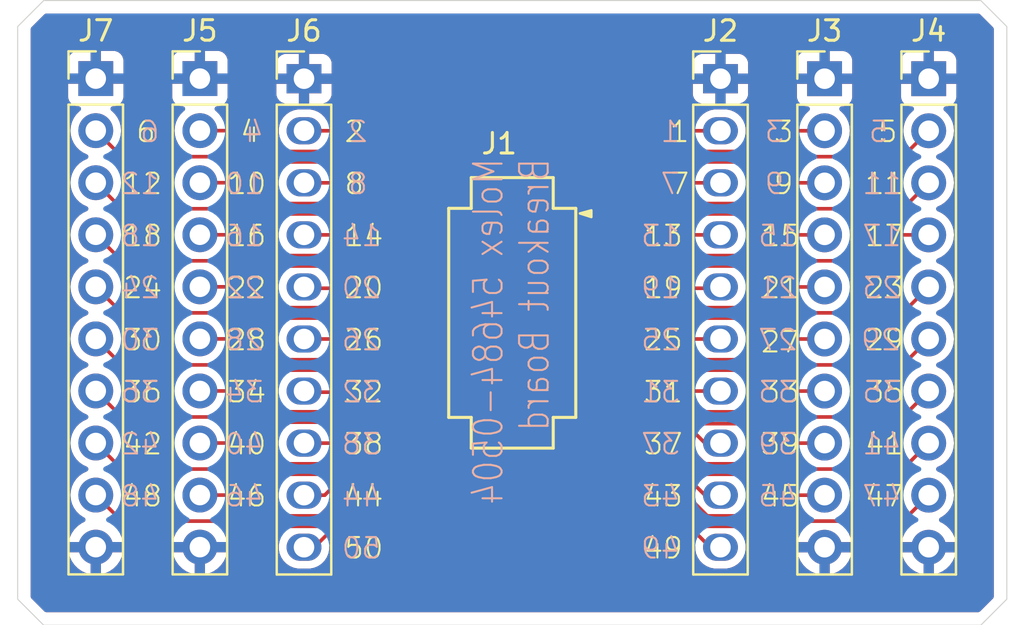
<source format=kicad_pcb>
(kicad_pcb
	(version 20240108)
	(generator "pcbnew")
	(generator_version "8.0")
	(general
		(thickness 1.6)
		(legacy_teardrops no)
	)
	(paper "A4")
	(layers
		(0 "F.Cu" signal)
		(31 "B.Cu" signal)
		(32 "B.Adhes" user "B.Adhesive")
		(33 "F.Adhes" user "F.Adhesive")
		(34 "B.Paste" user)
		(35 "F.Paste" user)
		(36 "B.SilkS" user "B.Silkscreen")
		(37 "F.SilkS" user "F.Silkscreen")
		(38 "B.Mask" user)
		(39 "F.Mask" user)
		(40 "Dwgs.User" user "User.Drawings")
		(41 "Cmts.User" user "User.Comments")
		(42 "Eco1.User" user "User.Eco1")
		(43 "Eco2.User" user "User.Eco2")
		(44 "Edge.Cuts" user)
		(45 "Margin" user)
		(46 "B.CrtYd" user "B.Courtyard")
		(47 "F.CrtYd" user "F.Courtyard")
		(48 "B.Fab" user)
		(49 "F.Fab" user)
		(50 "User.1" user)
		(51 "User.2" user)
		(52 "User.3" user)
		(53 "User.4" user)
		(54 "User.5" user)
		(55 "User.6" user)
		(56 "User.7" user)
		(57 "User.8" user)
		(58 "User.9" user)
	)
	(setup
		(pad_to_mask_clearance 0)
		(allow_soldermask_bridges_in_footprints no)
		(pcbplotparams
			(layerselection 0x00010fc_ffffffff)
			(plot_on_all_layers_selection 0x0000000_00000000)
			(disableapertmacros no)
			(usegerberextensions no)
			(usegerberattributes yes)
			(usegerberadvancedattributes yes)
			(creategerberjobfile yes)
			(dashed_line_dash_ratio 12.000000)
			(dashed_line_gap_ratio 3.000000)
			(svgprecision 4)
			(plotframeref no)
			(viasonmask no)
			(mode 1)
			(useauxorigin no)
			(hpglpennumber 1)
			(hpglpenspeed 20)
			(hpglpendiameter 15.000000)
			(pdf_front_fp_property_popups yes)
			(pdf_back_fp_property_popups yes)
			(dxfpolygonmode yes)
			(dxfimperialunits yes)
			(dxfusepcbnewfont yes)
			(psnegative no)
			(psa4output no)
			(plotreference yes)
			(plotvalue yes)
			(plotfptext yes)
			(plotinvisibletext no)
			(sketchpadsonfab no)
			(subtractmaskfromsilk no)
			(outputformat 1)
			(mirror no)
			(drillshape 1)
			(scaleselection 1)
			(outputdirectory "")
		)
	)
	(net 0 "")
	(net 1 "Net-(J6-Pin_6)")
	(net 2 "Net-(J4-Pin_3)")
	(net 3 "Net-(J5-Pin_3)")
	(net 4 "Net-(J3-Pin_9)")
	(net 5 "Net-(J4-Pin_8)")
	(net 6 "Net-(J3-Pin_5)")
	(net 7 "Net-(J7-Pin_8)")
	(net 8 "Net-(J5-Pin_5)")
	(net 9 "Net-(J6-Pin_8)")
	(net 10 "Net-(J6-Pin_3)")
	(net 11 "Net-(J3-Pin_4)")
	(net 12 "Net-(J7-Pin_5)")
	(net 13 "Net-(J2-Pin_5)")
	(net 14 "Net-(J2-Pin_2)")
	(net 15 "Net-(J2-Pin_8)")
	(net 16 "Net-(J7-Pin_6)")
	(net 17 "Net-(J2-Pin_7)")
	(net 18 "Net-(J6-Pin_2)")
	(net 19 "Net-(J7-Pin_7)")
	(net 20 "Net-(J7-Pin_3)")
	(net 21 "Net-(J7-Pin_4)")
	(net 22 "Net-(J4-Pin_2)")
	(net 23 "Net-(J2-Pin_9)")
	(net 24 "Net-(J3-Pin_8)")
	(net 25 "Net-(J2-Pin_10)")
	(net 26 "Net-(J4-Pin_9)")
	(net 27 "Net-(J4-Pin_7)")
	(net 28 "Net-(J7-Pin_9)")
	(net 29 "Net-(J2-Pin_4)")
	(net 30 "Net-(J5-Pin_7)")
	(net 31 "Net-(J6-Pin_9)")
	(net 32 "Net-(J5-Pin_4)")
	(net 33 "Net-(J5-Pin_6)")
	(net 34 "Net-(J5-Pin_8)")
	(net 35 "Net-(J6-Pin_5)")
	(net 36 "Net-(J4-Pin_4)")
	(net 37 "Net-(J2-Pin_3)")
	(net 38 "Net-(J5-Pin_9)")
	(net 39 "Net-(J6-Pin_10)")
	(net 40 "Net-(J3-Pin_6)")
	(net 41 "Net-(J3-Pin_2)")
	(net 42 "Net-(J2-Pin_6)")
	(net 43 "Net-(J5-Pin_2)")
	(net 44 "Net-(J6-Pin_4)")
	(net 45 "Net-(J3-Pin_3)")
	(net 46 "Net-(J4-Pin_5)")
	(net 47 "Net-(J7-Pin_2)")
	(net 48 "Net-(J4-Pin_6)")
	(net 49 "Net-(J3-Pin_7)")
	(net 50 "Net-(J6-Pin_7)")
	(net 51 "GND")
	(footprint "Connector_PinHeader_2.54mm:PinHeader_1x10_P2.54mm_Vertical" (layer "F.Cu") (at 130.175 76.835))
	(footprint "Connector_PinHeader_2.54mm:PinHeader_1x10_P2.54mm_Vertical" (layer "F.Cu") (at 160.655 76.84))
	(footprint "Connector_PinHeader_2.54mm:PinHeader_1x10_P2.54mm_Vertical" (layer "F.Cu") (at 165.735 76.84))
	(footprint "t_connectors:PinHeader_1x10_P2.54mm_Vertical - Thin" (layer "F.Cu") (at 135.255 76.84))
	(footprint "t_connectors:PinHeader_1x10_P2.54mm_Vertical - Thin" (layer "F.Cu") (at 155.575 76.84))
	(footprint "t_connectors:MOLEX_546840504" (layer "F.Cu") (at 145.415 88.265))
	(footprint "Connector_PinHeader_2.54mm:PinHeader_1x10_P2.54mm_Vertical" (layer "F.Cu") (at 125.095 76.835))
	(gr_poly
		(pts
			(xy 122.555 73.025) (xy 168.275 73.025) (xy 169.545 74.295) (xy 169.545 102.235) (xy 168.275 103.505)
			(xy 122.555 103.505) (xy 121.285 102.235) (xy 121.285 74.295)
		)
		(stroke
			(width 0.05)
			(type solid)
		)
		(fill none)
		(layer "Edge.Cuts")
		(uuid "58c50104-ebee-443a-ab9e-d6bd6b928d6a")
	)
	(gr_text "20\n"
		(at 139.065 87.63 -0)
		(layer "B.SilkS")
		(uuid "04a8e325-2ebc-4403-b3f6-5313b453a2da")
		(effects
			(font
				(size 1 1)
				(thickness 0.1)
			)
			(justify left bottom mirror)
		)
	)
	(gr_text "26"
		(at 139.065 90.17 -0)
		(layer "B.SilkS")
		(uuid "07792ffd-b8ed-4349-a8ac-6632a67b0d09")
		(effects
			(font
				(size 1 1)
				(thickness 0.1)
			)
			(justify left bottom mirror)
		)
	)
	(gr_text "15"
		(at 159.385 85.09 -0)
		(layer "B.SilkS")
		(uuid "0e7007b2-4ec7-4c7e-ba48-432ebd2a43fd")
		(effects
			(font
				(size 1 1)
				(thickness 0.1)
			)
			(justify left bottom mirror)
		)
	)
	(gr_text "39"
		(at 159.385 95.25 -0)
		(layer "B.SilkS")
		(uuid "144766ff-30e2-49e7-a957-8a349b15eee1")
		(effects
			(font
				(size 1 1)
				(thickness 0.1)
			)
			(justify left bottom mirror)
		)
	)
	(gr_text "Molex 54684-0504\nBreakout Board"
		(at 147.32 80.645 90)
		(layer "B.SilkS")
		(uuid "194cc8e6-0d80-4eed-b841-aadfac627fa2")
		(effects
			(font
				(size 1.397 1.143)
				(thickness 0.1)
			)
			(justify left bottom mirror)
		)
	)
	(gr_text "18\n"
		(at 128.27 85.09 -0)
		(layer "B.SilkS")
		(uuid "20cfb552-f7b3-4c70-9dcf-2d46d3b93cc7")
		(effects
			(font
				(size 1 1)
				(thickness 0.1)
			)
			(justify left bottom mirror)
		)
	)
	(gr_text "49"
		(at 153.67 100.33 -0)
		(layer "B.SilkS")
		(uuid "211355c7-4672-47a1-9e86-d3829be1474b")
		(effects
			(font
				(size 1 1)
				(thickness 0.1)
			)
			(justify left bottom mirror)
		)
	)
	(gr_text "4"
		(at 133.35 80.01 -0)
		(layer "B.SilkS")
		(uuid "26d9f358-5bf9-4883-9c92-5f04e5228892")
		(effects
			(font
				(size 1 1)
				(thickness 0.1)
			)
			(justify left bottom mirror)
		)
	)
	(gr_text "40\n"
		(at 133.35 95.25 -0)
		(layer "B.SilkS")
		(uuid "2aae998e-12ca-46d2-9348-1ee9ba771445")
		(effects
			(font
				(size 1 1)
				(thickness 0.1)
			)
			(justify left bottom mirror)
		)
	)
	(gr_text "50\n"
		(at 139.065 100.33 -0)
		(layer "B.SilkS")
		(uuid "2beb9c3c-1c24-41f3-b384-6c34cd66516a")
		(effects
			(font
				(size 1 1)
				(thickness 0.1)
			)
			(justify left bottom mirror)
		)
	)
	(gr_text "16"
		(at 133.35 85.09 -0)
		(layer "B.SilkS")
		(uuid "2e5282f1-6af4-442c-913f-20b8ad88a97d")
		(effects
			(font
				(size 1 1)
				(thickness 0.1)
			)
			(justify left bottom mirror)
		)
	)
	(gr_text "37"
		(at 153.67 95.25 -0)
		(layer "B.SilkS")
		(uuid "2ec238f9-b2c9-44da-aac0-43b6e4f16ac7")
		(effects
			(font
				(size 1 1)
				(thickness 0.1)
			)
			(justify left bottom mirror)
		)
	)
	(gr_text "17"
		(at 164.465 85.09 -0)
		(layer "B.SilkS")
		(uuid "342b735b-cba3-44e3-8592-e96221d1c686")
		(effects
			(font
				(size 1 1)
				(thickness 0.1)
			)
			(justify left bottom mirror)
		)
	)
	(gr_text "11"
		(at 164.465 82.55 -0)
		(layer "B.SilkS")
		(uuid "39532ffb-6f3e-47be-9d0b-78fd67a1ffee")
		(effects
			(font
				(size 1 1)
				(thickness 0.1)
			)
			(justify left bottom mirror)
		)
	)
	(gr_text "24"
		(at 128.27 87.63 -0)
		(layer "B.SilkS")
		(uuid "410bde77-24b4-4b91-864f-2ed488465c2d")
		(effects
			(font
				(size 1 1)
				(thickness 0.1)
			)
			(justify left bottom mirror)
		)
	)
	(gr_text "14"
		(at 139.065 85.09 -0)
		(layer "B.SilkS")
		(uuid "4563909f-98b7-4c6f-a477-fcc073458a1b")
		(effects
			(font
				(size 1 1)
				(thickness 0.1)
			)
			(justify left bottom mirror)
		)
	)
	(gr_text "46"
		(at 133.35 97.79 -0)
		(layer "B.SilkS")
		(uuid "4620c223-e552-4180-b724-a8238b51e36e")
		(effects
			(font
				(size 1 1)
				(thickness 0.1)
			)
			(justify left bottom mirror)
		)
	)
	(gr_text "29"
		(at 164.405 90.17 -0)
		(layer "B.SilkS")
		(uuid "4744d871-7397-47e3-84a5-da58dffa8a6a")
		(effects
			(font
				(size 1 1)
				(thickness 0.1)
			)
			(justify left bottom mirror)
		)
	)
	(gr_text "38\n"
		(at 139.065 95.25 -0)
		(layer "B.SilkS")
		(uuid "4c6193fe-ad70-4e5c-ae05-5b5d83c38fad")
		(effects
			(font
				(size 1 1)
				(thickness 0.1)
			)
			(justify left bottom mirror)
		)
	)
	(gr_text "9"
		(at 158.75 82.55 -0)
		(layer "B.SilkS")
		(uuid "53b2b495-4e63-400f-8a9c-b82d2b156b10")
		(effects
			(font
				(size 1 1)
				(thickness 0.1)
			)
			(justify left bottom mirror)
		)
	)
	(gr_text "13"
		(at 153.67 85.09 -0)
		(layer "B.SilkS")
		(uuid "541fc57c-e5d4-4d80-ad34-7912f394120a")
		(effects
			(font
				(size 1 1)
				(thickness 0.1)
			)
			(justify left bottom mirror)
		)
	)
	(gr_text "31"
		(at 153.67 92.71 -0)
		(layer "B.SilkS")
		(uuid "54c8cae4-63b5-42b4-a194-e5d326d413d6")
		(effects
			(font
				(size 1 1)
				(thickness 0.1)
			)
			(justify left bottom mirror)
		)
	)
	(gr_text "27"
		(at 159.385 90.17 -0)
		(layer "B.SilkS")
		(uuid "5606b39d-e1a5-4a25-b063-ed2a3af3c437")
		(effects
			(font
				(size 1 1)
				(thickness 0.1)
			)
			(justify left bottom mirror)
		)
	)
	(gr_text "3"
		(at 158.75 80.01 -0)
		(layer "B.SilkS")
		(uuid "599252d7-b4cd-466e-a608-cf462a26132f")
		(effects
			(font
				(size 1 1)
				(thickness 0.1)
			)
			(justify left bottom mirror)
		)
	)
	(gr_text "8\n"
		(at 138.43 82.55 -0)
		(layer "B.SilkS")
		(uuid "5b50f1e7-f6fb-4f55-ac42-2d2aea2b7431")
		(effects
			(font
				(size 1 1)
				(thickness 0.1)
			)
			(justify left bottom mirror)
		)
	)
	(gr_text "12"
		(at 128.27 82.55 -0)
		(layer "B.SilkS")
		(uuid "5bd2de4e-c289-41fc-bd83-1c207fb441fd")
		(effects
			(font
				(size 1 1)
				(thickness 0.1)
			)
			(justify left bottom mirror)
		)
	)
	(gr_text "5"
		(at 163.83 80.01 -0)
		(layer "B.SilkS")
		(uuid "61d0d370-39b0-4cce-8151-8b55c18bd5ef")
		(effects
			(font
				(size 1 1)
				(thickness 0.1)
			)
			(justify left bottom mirror)
		)
	)
	(gr_text "48\n"
		(at 128.27 97.79 -0)
		(layer "B.SilkS")
		(uuid "62ffaf37-8159-41b7-85d5-93f046351ada")
		(effects
			(font
				(size 1 1)
				(thickness 0.1)
			)
			(justify left bottom mirror)
		)
	)
	(gr_text "43"
		(at 153.67 97.79 -0)
		(layer "B.SilkS")
		(uuid "632b53e2-f9f7-4bcd-a732-545dec3c7a1a")
		(effects
			(font
				(size 1 1)
				(thickness 0.1)
			)
			(justify left bottom mirror)
		)
	)
	(gr_text "34"
		(at 133.35 92.71 -0)
		(layer "B.SilkS")
		(uuid "6d5d74b6-95a8-48f3-ac4b-15de6f6b9497")
		(effects
			(font
				(size 1 1)
				(thickness 0.1)
			)
			(justify left bottom mirror)
		)
	)
	(gr_text "42"
		(at 128.27 95.25 -0)
		(layer "B.SilkS")
		(uuid "71df3d20-ffa6-4d98-b830-005284640912")
		(effects
			(font
				(size 1 1)
				(thickness 0.1)
			)
			(justify left bottom mirror)
		)
	)
	(gr_text "41"
		(at 164.465 95.25 -0)
		(layer "B.SilkS")
		(uuid "75312960-0e4a-4185-b009-51fd9d89a54c")
		(effects
			(font
				(size 1 1)
				(thickness 0.1)
			)
			(justify left bottom mirror)
		)
	)
	(gr_text "23"
		(at 164.465 87.63 -0)
		(layer "B.SilkS")
		(uuid "7e072616-d92a-4219-9a84-4c191701bf11")
		(effects
			(font
				(size 1 1)
				(thickness 0.1)
			)
			(justify left bottom mirror)
		)
	)
	(gr_text "36"
		(at 128.27 92.71 -0)
		(layer "B.SilkS")
		(uuid "8a44c231-6616-43bd-bd0f-977b2c7195fb")
		(effects
			(font
				(size 1 1)
				(thickness 0.1)
			)
			(justify left bottom mirror)
		)
	)
	(gr_text "33"
		(at 159.385 92.71 -0)
		(layer "B.SilkS")
		(uuid "8d6f5256-4f04-47b9-95fd-6736bbe5c351")
		(effects
			(font
				(size 1 1)
				(thickness 0.1)
			)
			(justify left bottom mirror)
		)
	)
	(gr_text "25"
		(at 153.67 90.17 -0)
		(layer "B.SilkS")
		(uuid "a57e6e17-d320-45c4-b45e-65dc3d014d64")
		(effects
			(font
				(size 1 1)
				(thickness 0.1)
			)
			(justify left bottom mirror)
		)
	)
	(gr_text "6"
		(at 128.27 80.01 -0)
		(layer "B.SilkS")
		(uuid "a8b96bc3-e21b-4b61-8371-7c5aac78c614")
		(effects
			(font
				(size 1 1)
				(thickness 0.1)
			)
			(justify left bottom mirror)
		)
	)
	(gr_text "28\n"
		(at 133.35 90.17 -0)
		(layer "B.SilkS")
		(uuid "b39b4970-7472-4640-b078-82dc511da009")
		(effects
			(font
				(size 1 1)
				(thickness 0.1)
			)
			(justify left bottom mirror)
		)
	)
	(gr_text "7"
		(at 153.67 82.55 -0)
		(layer "B.SilkS")
		(uuid "b3fd75ae-a5e2-4b98-99a1-5351af583169")
		(effects
			(font
				(size 1 1)
				(thickness 0.1)
			)
			(justify left bottom mirror)
		)
	)
	(gr_text "30\n"
		(at 128.27 90.17 -0)
		(layer "B.SilkS")
		(uuid "b4b1e99f-dc08-4759-9fa9-f24df72af63f")
		(effects
			(font
				(size 1 1)
				(thickness 0.1)
			)
			(justify left bottom mirror)
		)
	)
	(gr_text "44"
		(at 139.065 97.79 -0)
		(layer "B.SilkS")
		(uuid "bd697883-2e95-44c9-90bf-d71bf8782a99")
		(effects
			(font
				(size 1 1)
				(thickness 0.1)
			)
			(justify left bottom mirror)
		)
	)
	(gr_text "10\n"
		(at 133.35 82.55 -0)
		(layer "B.SilkS")
		(uuid "c18c7647-7916-476f-aea1-467c9e12e89a")
		(effects
			(font
				(size 1 1)
				(thickness 0.1)
			)
			(justify left bottom mirror)
		)
	)
	(gr_text "2"
		(at 138.43 80.01 -0)
		(layer "B.SilkS")
		(uuid "c36259c0-f57b-45bc-b6fe-9765748c2cbe")
		(effects
			(font
				(size 1 1)
				(thickness 0.1)
			)
			(justify left bottom mirror)
		)
	)
	(gr_text "22"
		(at 133.35 87.63 -0)
		(layer "B.SilkS")
		(uuid "c466ed06-d4a2-4225-b3e8-c103246f0ad0")
		(effects
			(font
				(size 1 1)
				(thickness 0.1)
			)
			(justify left bottom mirror)
		)
	)
	(gr_text "47"
		(at 164.465 97.79 -0)
		(layer "B.SilkS")
		(uuid "d3a453bf-db43-4824-af73-0888d933b2ca")
		(effects
			(font
				(size 1 1)
				(thickness 0.1)
			)
			(justify left bottom mirror)
		)
	)
	(gr_text "32"
		(at 139.065 92.71 -0)
		(layer "B.SilkS")
		(uuid "ddd5a71f-bb0e-4662-98a1-4d33f5f910a4")
		(effects
			(font
				(size 1 1)
				(thickness 0.1)
			)
			(justify left bottom mirror)
		)
	)
	(gr_text "35"
		(at 164.465 92.71 -0)
		(layer "B.SilkS")
		(uuid "df1febaf-b9ca-45b5-82f7-0d91b867f186")
		(effects
			(font
				(size 1 1)
				(thickness 0.1)
			)
			(justify left bottom mirror)
		)
	)
	(gr_text "1"
		(at 153.67 80.01 -0)
		(layer "B.SilkS")
		(uuid "e908e139-0e9a-4f0d-9225-0349a8b99a6e")
		(effects
			(font
				(size 1 1)
				(thickness 0.1)
			)
			(justify left bottom mirror)
		)
	)
	(gr_text "19"
		(at 153.67 87.63 -0)
		(layer "B.SilkS")
		(uuid "ed381536-f786-4401-879e-2e7a68828bdb")
		(effects
			(font
				(size 1 1)
				(thickness 0.1)
			)
			(justify left bottom mirror)
		)
	)
	(gr_text "45"
		(at 159.385 97.79 -0)
		(layer "B.SilkS")
		(uuid "f17717e0-14c4-45c5-b632-b77d859a6fd8")
		(effects
			(font
				(size 1 1)
				(thickness 0.1)
			)
			(justify left bottom mirror)
		)
	)
	(gr_text "21"
		(at 159.385 87.63 -0)
		(layer "B.SilkS")
		(uuid "f737c5f3-774c-4239-b2b9-5a535c5b2f6b")
		(effects
			(font
				(size 1 1)
				(thickness 0.1)
			)
			(justify left bottom mirror)
		)
	)
	(gr_text "39"
		(at 157.48 95.25 0)
		(layer "F.SilkS")
		(uuid "08fa12d4-892a-486f-a2cc-5e1e272e4011")
		(effects
			(font
				(size 1 1)
				(thickness 0.1)
			)
			(justify left bottom)
		)
	)
	(gr_text "27"
		(at 157.48 90.273415 0)
		(layer "F.SilkS")
		(uuid "0c374bfd-a880-4eee-aa61-105437e7a6dd")
		(effects
			(font
				(size 1 1)
				(thickness 0.1)
			)
			(justify left bottom)
		)
	)
	(gr_text "26"
		(at 137.16 90.17 0)
		(layer "F.SilkS")
		(uuid "0c50acca-4988-4687-baef-a48757c90124")
		(effects
			(font
				(size 1 1)
				(thickness 0.1)
			)
			(justify left bottom)
		)
	)
	(gr_text "32"
		(at 137.16 92.71 0)
		(layer "F.SilkS")
		(uuid "0e1e805f-056f-46cb-897b-776414384998")
		(effects
			(font
				(size 1 1)
				(thickness 0.1)
			)
			(justify left bottom)
		)
	)
	(gr_text "38\n"
		(at 137.16 95.25 0)
		(layer "F.SilkS")
		(uuid "12356a44-5d96-41bc-9057-c01f59805360")
		(effects
			(font
				(size 1 1)
				(thickness 0.1)
			)
			(justify left bottom)
		)
	)
	(gr_text "7"
		(at 153.035 82.55 0)
		(layer "F.SilkS")
		(uuid "136660c2-5e34-495d-a90d-8be5477c498e")
		(effects
			(font
				(size 1 1)
				(thickness 0.1)
			)
			(justify left bottom)
		)
	)
	(gr_text "18\n"
		(at 126.365 85.09 0)
		(layer "F.SilkS")
		(uuid "17b4843d-0e94-4518-8b0a-1dfa6ccb7268")
		(effects
			(font
				(size 1 1)
				(thickness 0.1)
			)
			(justify left bottom)
		)
	)
	(gr_text "33"
		(at 157.48 92.71 0)
		(layer "F.SilkS")
		(uuid "1af8c727-ab38-48bf-9ac8-2f0793a2e264")
		(effects
			(font
				(size 1 1)
				(thickness 0.1)
			)
			(justify left bottom)
		)
	)
	(gr_text "49"
		(at 151.765 100.33 0)
		(layer "F.SilkS")
		(uuid "1b32c11a-91be-4f14-aeb6-e70595717fdb")
		(effects
			(font
				(size 1 1)
				(thickness 0.1)
			)
			(justify left bottom)
		)
	)
	(gr_text "35"
		(at 162.56 92.71 0)
		(layer "F.SilkS")
		(uuid "21aac002-fe95-4b8c-886b-4c835c776d18")
		(effects
			(font
				(size 1 1)
				(thickness 0.1)
			)
			(justify left bottom)
		)
	)
	(gr_text "40\n"
		(at 131.445 95.25 0)
		(layer "F.SilkS")
		(uuid "236e71b4-d95a-463f-b797-0eea517b5813")
		(effects
			(font
				(size 1 1)
				(thickness 0.1)
			)
			(justify left bottom)
		)
	)
	(gr_text "25"
		(at 151.765 90.17 0)
		(layer "F.SilkS")
		(uuid "29049466-2876-4d8b-93d3-12b861869291")
		(effects
			(font
				(size 1 1)
				(thickness 0.1)
			)
			(justify left bottom)
		)
	)
	(gr_text "28\n"
		(at 131.445 90.17 0)
		(layer "F.SilkS")
		(uuid "2951dc0c-802a-4840-85dc-b863d7a9a8de")
		(effects
			(font
				(size 1 1)
				(thickness 0.1)
			)
			(justify left bottom)
		)
	)
	(gr_text "23"
		(at 162.56 87.63 0)
		(layer "F.SilkS")
		(uuid "2dfa2601-c267-4018-a2f8-79a3aa34e91f")
		(effects
			(font
				(size 1 1)
				(thickness 0.1)
			)
			(justify left bottom)
		)
	)
	(gr_text "29"
		(at 162.56 90.17 0)
		(layer "F.SilkS")
		(uuid "2e53914a-49c4-48b0-afbf-ddbd5e810137")
		(effects
			(font
				(size 1 1)
				(thickness 0.1)
			)
			(justify left bottom)
		)
	)
	(gr_text "15"
		(at 157.48 85.09 0)
		(layer "F.SilkS")
		(uuid "347fcfc8-ac3a-4fdb-9e0d-a8f8c76e49f8")
		(effects
			(font
				(size 1 1)
				(thickness 0.1)
			)
			(justify left bottom)
		)
	)
	(gr_text "16"
		(at 131.445 85.09 0)
		(layer "F.SilkS")
		(uuid "3bca2439-21d8-415f-a7e2-399c298310d8")
		(effects
			(font
				(size 1 1)
				(thickness 0.1)
			)
			(justify left bottom)
		)
	)
	(gr_text "50\n"
		(at 137.16 100.33 0)
		(layer "F.SilkS")
		(uuid "44cb7d8c-53d6-497f-8293-e06dd071fd88")
		(effects
			(font
				(size 1 1)
				(thickness 0.1)
			)
			(justify left bottom)
		)
	)
	(gr_text "46"
		(at 131.445 97.79 0)
		(layer "F.SilkS")
		(uuid "4ce7bfd4-3497-4622-bb94-4770831d80b8")
		(effects
			(font
				(size 1 1)
				(thickness 0.1)
			)
			(justify left bottom)
		)
	)
	(gr_text "30\n"
		(at 126.365 90.17 0)
		(layer "F.SilkS")
		(uuid "4ed97c0c-9f50-47f3-9689-72a0f20d1e7e")
		(effects
			(font
				(size 1 1)
				(thickness 0.1)
			)
			(justify left bottom)
		)
	)
	(gr_text "6"
		(at 127 80.01 0)
		(layer "F.SilkS")
		(uuid "50385249-ba85-4e40-8817-ea0b6a0bfd0b")
		(effects
			(font
				(size 1 1)
				(thickness 0.1)
			)
			(justify left bottom)
		)
	)
	(gr_text "5"
		(at 163.195 80.01 0)
		(layer "F.SilkS")
		(uuid "503d86bb-cdfb-423c-a6b2-b768278690e5")
		(effects
			(font
				(size 1 1)
				(thickness 0.1)
			)
			(justify left bottom)
		)
	)
	(gr_text "11"
		(at 162.56 82.55 0)
		(layer "F.SilkS")
		(uuid "5cef9484-be1e-413a-bdb4-79c878ee819e")
		(effects
			(font
				(size 1 1)
				(thickness 0.1)
			)
			(justify left bottom)
		)
	)
	(gr_text "47"
		(at 162.56 97.79 0)
		(layer "F.SilkS")
		(uuid "5d1c5e3b-5510-4464-b5a6-38cf7a9ebfec")
		(effects
			(font
				(size 1 1)
				(thickness 0.1)
			)
			(justify left bottom)
		)
	)
	(gr_text "17"
		(at 162.56 85.09 0)
		(layer "F.SilkS")
		(uuid "5f3db277-8d56-42d6-a907-2bc138f9b78a")
		(effects
			(font
				(size 1 1)
				(thickness 0.1)
			)
			(justify left bottom)
		)
	)
	(gr_text "20\n"
		(at 137.16 87.63 0)
		(layer "F.SilkS")
		(uuid "666fc4b4-e8a8-42eb-882c-42d054193167")
		(effects
			(font
				(size 1 1)
				(thickness 0.1)
			)
			(justify left bottom)
		)
	)
	(gr_text "13"
		(at 151.765 85.09 0)
		(layer "F.SilkS")
		(uuid "6e286c62-20f1-4a4a-9bfa-c000928db4f5")
		(effects
			(font
				(size 1 1)
				(thickness 0.1)
			)
			(justify left bottom)
		)
	)
	(gr_text "42"
		(at 126.365 95.25 0)
		(layer "F.SilkS")
		(uuid "7493c4f9-cc7b-4beb-a628-0618947f45fa")
		(effects
			(font
				(size 1 1)
				(thickness 0.1)
			)
			(justify left bottom)
		)
	)
	(gr_text "45"
		(at 157.48 97.79 0)
		(layer "F.SilkS")
		(uuid "7a9b1886-09ff-4ca5-baac-2187636f7fb5")
		(effects
			(font
				(size 1 1)
				(thickness 0.1)
			)
			(justify left bottom)
		)
	)
	(gr_text "14"
		(at 137.16 85.09 0)
		(layer "F.SilkS")
		(uuid "7c23a849-c2cb-44df-b327-9dad19dfa96b")
		(effects
			(font
				(size 1 1)
				(thickness 0.1)
			)
			(justify left bottom)
		)
	)
	(gr_text "3"
		(at 158.115 80.01 0)
		(layer "F.SilkS")
		(uuid "84e29b06-d5a1-4c74-9871-ce0d96ca3b06")
		(effects
			(font
				(size 1 1)
				(thickness 0.1)
			)
			(justify left bottom)
		)
	)
	(gr_text "8\n"
		(at 137.16 82.55 0)
		(layer "F.SilkS")
		(uuid "84fe0f07-d30a-4c58-9c2c-7563127d6276")
		(effects
			(font
				(size 1 1)
				(thickness 0.1)
			)
			(justify left bottom)
		)
	)
	(gr_text "36"
		(at 126.365 92.71 0)
		(layer "F.SilkS")
		(uuid "90eca571-f6d7-4e76-80c7-b8bd0ddbe6c8")
		(effects
			(font
				(size 1 1)
				(thickness 0.1)
			)
			(justify left bottom)
		)
	)
	(gr_text "21"
		(at 157.48 87.63 0)
		(layer "F.SilkS")
		(uuid "93f9dde2-c589-4dd4-af88-aca054b664db")
		(effects
			(font
				(size 1 1)
				(thickness 0.1)
			)
			(justify left bottom)
		)
	)
	(gr_text "4"
		(at 132.08 80.01 0)
		(layer "F.SilkS")
		(uuid "a2297c85-f0ce-49d5-a332-97719a209f8a")
		(effects
			(font
				(size 1 1)
				(thickness 0.1)
			)
			(justify left bottom)
		)
	)
	(gr_text "22"
		(at 131.445 87.63 0)
		(layer "F.SilkS")
		(uuid "a627aef1-c6f7-4b8e-8cd2-eee857220b0b")
		(effects
			(font
				(size 1 1)
				(thickness 0.1)
			)
			(justify left bottom)
		)
	)
	(gr_text "43"
		(at 151.765 97.79 0)
		(layer "F.SilkS")
		(uuid "b196a387-0200-46ba-bb63-f15154e7bf49")
		(effects
			(font
				(size 1 1)
				(thickness 0.1)
			)
			(justify left bottom)
		)
	)
	(gr_text "12"
		(at 126.365 82.55 0)
		(layer "F.SilkS")
		(uuid "c5fe5fce-e554-4759-a41a-5524efd2d7ca")
		(effects
			(font
				(size 1 1)
				(thickness 0.1)
			)
			(justify left bottom)
		)
	)
	(gr_text "31"
		(at 151.765 92.71 0)
		(layer "F.SilkS")
		(uuid "c9b45c82-1de3-4a1b-aeb1-f085e5a6c88f")
		(effects
			(font
				(size 1 1)
				(thickness 0.1)
			)
			(justify left bottom)
		)
	)
	(gr_text "48\n"
		(at 126.365 97.79 0)
		(layer "F.SilkS")
		(uuid "cd242a54-e8f3-42f0-9564-de12da8c148e")
		(effects
			(font
				(size 1 1)
				(thickness 0.1)
			)
			(justify left bottom)
		)
	)
	(gr_text "34"
		(at 131.445 92.71 0)
		(layer "F.SilkS")
		(uuid "d2f73eee-6fd1-4175-854e-67fb73d2b69b")
		(effects
			(font
				(size 1 1)
				(thickness 0.1)
			)
			(justify left bottom)
		)
	)
	(gr_text "10\n"
		(at 131.445 82.55 0)
		(layer "F.SilkS")
		(uuid "da08ac6c-dddc-4097-9379-f26621d4c73e")
		(effects
			(font
				(size 1 1)
				(thickness 0.1)
			)
			(justify left bottom)
		)
	)
	(gr_text "2"
		(at 137.16 80.01 0)
		(layer "F.SilkS")
		(uuid "ded5b9ad-332f-4170-9935-7cda2801e385")
		(effects
			(font
				(size 1 1)
				(thickness 0.1)
			)
			(justify left bottom)
		)
	)
	(gr_text "24"
		(at 126.365 87.63 0)
		(layer "F.SilkS")
		(uuid "e4c14f5d-2ed8-423f-9833-064d9ff47dec")
		(effects
			(font
				(size 1 1)
				(thickness 0.1)
			)
			(justify left bottom)
		)
	)
	(gr_text "1"
		(at 153.035 80.01 0)
		(layer "F.SilkS")
		(uuid "e7080a29-6f5b-4956-b514-d8c79a8a3058")
		(effects
			(font
				(size 1 1)
				(thickness 0.1)
			)
			(justify left bottom)
		)
	)
	(gr_text "44"
		(at 137.16 97.79 0)
		(layer "F.SilkS")
		(uuid "e906ad7c-5110-4901-8f58-c4bea2da2055")
		(effects
			(font
				(size 1 1)
				(thickness 0.1)
			)
			(justify left bottom)
		)
	)
	(gr_text "37"
		(at 151.765 95.25 0)
		(layer "F.SilkS")
		(uuid "ec367555-0043-4c6f-bfc5-e32425d5fa25")
		(effects
			(font
				(size 1 1)
				(thickness 0.1)
			)
			(justify left bottom)
		)
	)
	(gr_text "19"
		(at 151.765 87.63 0)
		(layer "F.SilkS")
		(uuid "f80c5b81-723c-44b6-85a2-10cb66da536f")
		(effects
			(font
				(size 1 1)
				(thickness 0.1)
			)
			(justify left bottom)
		)
	)
	(gr_text "9"
		(at 158.115 82.55 0)
		(layer "F.SilkS")
		(uuid "f8caafd3-13a3-4846-99d8-934e5bda0298")
		(effects
			(font
				(size 1 1)
				(thickness 0.1)
			)
			(justify left bottom)
		)
	)
	(gr_text "41"
		(at 162.56 95.25 0)
		(layer "F.SilkS")
		(uuid "fd84d341-5f78-4f97-b606-c9edc5f000f3")
		(effects
			(font
				(size 1 1)
				(thickness 0.1)
			)
			(justify left bottom)
		)
	)
	(segment
		(start 137.028 89.54)
		(end 135.255 89.54)
		(width 0.1778)
		(layer "F.Cu")
		(net 1)
		(uuid "2b4ca120-8c0a-40b8-9337-b95f266cc2a0")
	)
	(segment
		(start 143.14 88.265)
		(end 138.303 88.265)
		(width 0.1778)
		(layer "F.Cu")
		(net 1)
		(uuid "4f1344a0-668f-401c-b93a-2205c2a4463f")
	)
	(segment
		(start 138.303 88.265)
		(end 137.028 89.54)
		(width 0.1778)
		(layer "F.Cu")
		(net 1)
		(uuid "fbd45258-43b8-4ff1-a9d9-34fbe239c1d3")
	)
	(segment
		(start 158.75 83.439)
		(end 159.004 83.185)
		(width 0.1778)
		(layer "F.Cu")
		(net 2)
		(uuid "7836e573-e745-4b72-b3bb-c84c5e053231")
	)
	(segment
		(start 147.69 85.465)
		(end 151.771 85.465)
		(width 0.1778)
		(layer "F.Cu")
		(net 2)
		(uuid "a567921b-9aea-4f27-af2b-3dde54384cc7")
	)
	(segment
		(start 153.797 83.439)
		(end 158.75 83.439)
		(width 0.1778)
		(layer "F.Cu")
		(net 2)
		(uuid "b19e8aaa-6560-452e-9a88-775cddb04430")
	)
	(segment
		(start 164.47 83.185)
		(end 165.735 81.92)
		(width 0.1778)
		(layer "F.Cu")
		(net 2)
		(uuid "c4df63ca-d72b-4e9b-940d-d29d0385a2ab")
	)
	(segment
		(start 151.771 85.465)
		(end 153.797 83.439)
		(width 0.1778)
		(layer "F.Cu")
		(net 2)
		(uuid "cf505f8a-890b-47e0-ab83-684f6fda7e38")
	)
	(segment
		(start 159.004 83.185)
		(end 164.47 83.185)
		(width 0.1778)
		(layer "F.Cu")
		(net 2)
		(uuid "e47b4d0f-8dba-443a-bb45-66bba0caccc1")
	)
	(segment
		(start 132.461 81.915)
		(end 130.175 81.915)
		(width 0.1778)
		(layer "F.Cu")
		(net 3)
		(uuid "3132c563-8dcd-4c4d-90c9-4319742b8816")
	)
	(segment
		(start 143.14 85.065)
		(end 139.421 85.065)
		(width 0.1778)
		(layer "F.Cu")
		(net 3)
		(uuid "3ed056d6-61b8-47b6-b6d6-58eac60649f7")
	)
	(segment
		(start 137.287 82.931)
		(end 133.477 82.931)
		(width 0.1778)
		(layer "F.Cu")
		(net 3)
		(uuid "9abc8943-c221-45cf-bb7d-20a61c867518")
	)
	(segment
		(start 139.421 85.065)
		(end 137.287 82.931)
		(width 0.1778)
		(layer "F.Cu")
		(net 3)
		(uuid "ebdcbf5c-a261-4198-8c01-ee350441cb47")
	)
	(segment
		(start 133.477 82.931)
		(end 132.461 81.915)
		(width 0.1778)
		(layer "F.Cu")
		(net 3)
		(uuid "f70dad31-d131-4390-9a70-85f348487453")
	)
	(segment
		(start 158.364 97.16)
		(end 160.655 97.16)
		(width 0.1778)
		(layer "F.Cu")
		(net 4)
		(uuid "28006728-1dae-45f1-8b00-d769cd971b08")
	)
	(segment
		(start 154.933443 98.171)
		(end 157.353 98.171)
		(width 0.1778)
		(layer "F.Cu")
		(net 4)
		(uuid "2956d488-f65e-4d03-b47f-cf0fc386c03d")
	)
	(segment
		(start 149.027443 92.265)
		(end 154.933443 98.171)
		(width 0.1778)
		(layer "F.Cu")
		(net 4)
		(uuid "800992b1-b2f5-4e44-ba66-538f9f7c7650")
	)
	(segment
		(start 157.353 98.171)
		(end 158.364 97.16)
		(width 0.1778)
		(layer "F.Cu")
		(net 4)
		(uuid "90859ff9-d2ef-4259-b4d6-6c315caf703a")
	)
	(segment
		(start 147.69 92.265)
		(end 149.027443 92.265)
		(width 0.1778)
		(layer "F.Cu")
		(net 4)
		(uuid "d07ae43a-1fec-4f19-a777-de427462d323")
	)
	(segment
		(start 154.432 96.139)
		(end 158.877 96.139)
		(width 0.1778)
		(layer "F.Cu")
		(net 5)
		(uuid "1d2b30cc-5e16-46cf-a336-1f8094220a80")
	)
	(segment
		(start 158.877 96.139)
		(end 159.131 95.885)
		(width 0.1778)
		(layer "F.Cu")
		(net 5)
		(uuid "2f747c92-047f-4daa-b996-eeb203c62534")
	)
	(segment
		(start 147.69 91.465)
		(end 149.758 91.465)
		(width 0.1778)
		(layer "F.Cu")
		(net 5)
		(uuid "435f0ac2-d35a-47dc-915c-c442170f9225")
	)
	(segment
		(start 164.47 95.885)
		(end 165.735 94.62)
		(width 0.1778)
		(layer "F.Cu")
		(net 5)
		(uuid "7379fa1e-7ace-485e-a0a3-0b0cf951eb1f")
	)
	(segment
		(start 149.758 91.465)
		(end 154.432 96.139)
		(width 0.1778)
		(layer "F.Cu")
		(net 5)
		(uuid "ded8f2ae-3baf-427a-92ee-304ec4443083")
	)
	(segment
		(start 159.131 95.885)
		(end 164.47 95.885)
		(width 0.1778)
		(layer "F.Cu")
		(net 5)
		(uuid "fc5aac81-0634-4765-abb8-3aa35cb673fe")
	)
	(segment
		(start 158.364 87)
		(end 160.655 87)
		(width 0.1778)
		(layer "F.Cu")
		(net 6)
		(uuid "4b294883-2413-4942-8145-16ed4d2fc53c")
	)
	(segment
		(start 153.65829 87.465)
		(end 154.20429 88.011)
		(width 0.1778)
		(layer "F.Cu")
		(net 6)
		(uuid "545ef00a-844b-478b-8ec1-991bec2d04fa")
	)
	(segment
		(start 147.69 87.465)
		(end 153.65829 87.465)
		(width 0.1778)
		(layer "F.Cu")
		(net 6)
		(uuid "6fe36188-ff32-462c-b5ca-c0b9bff8d973")
	)
	(segment
		(start 154.20429 88.011)
		(end 157.353 88.011)
		(width 0.1778)
		(layer "F.Cu")
		(net 6)
		(uuid "71315226-bdb9-4367-9cd6-0b7d3dd19cb8")
	)
	(segment
		(start 157.353 88.011)
		(end 158.364 87)
		(width 0.1778)
		(layer "F.Cu")
		(net 6)
		(uuid "913f5638-40fa-4b81-90a5-50f275e52d0e")
	)
	(segment
		(start 131.572 95.885)
		(end 126.365 95.885)
		(width 0.1778)
		(layer "F.Cu")
		(net 7)
		(uuid "1873f4ab-936c-4845-bb91-99f3a80c87e9")
	)
	(segment
		(start 136.525 96.139)
		(end 131.826 96.139)
		(width 0.1778)
		(layer "F.Cu")
		(net 7)
		(uuid "743548a4-8f3e-48e6-b517-c099ced2b684")
	)
	(segment
		(start 141.199 91.465)
		(end 136.525 96.139)
		(width 0.1778)
		(layer "F.Cu")
		(net 7)
		(uuid "8ca7e831-e7b0-4c22-bfb6-4dccf9b00cc8")
	)
	(segment
		(start 143.14 91.465)
		(end 141.199 91.465)
		(width 0.1778)
		(layer "F.Cu")
		(net 7)
		(uuid "c78fc88b-f00d-46ae-bfa9-e88531535514")
	)
	(segment
		(start 131.826 96.139)
		(end 131.572 95.885)
		(width 0.1778)
		(layer "F.Cu")
		(net 7)
		(uuid "cac42e1e-dfb2-433c-ba85-1ef8271d0d36")
	)
	(segment
		(start 126.365 95.885)
		(end 125.095 94.615)
		(width 0.1778)
		(layer "F.Cu")
		(net 7)
		(uuid "df9b84ae-5603-4ea2-b002-fb3f801bcd99")
	)
	(segment
		(start 137.325 87.465)
		(end 136.779 88.011)
		(width 0.1778)
		(layer "F.Cu")
		(net 8)
		(uuid "075d1afd-0df6-4b1e-ab8e-cbcb6a9d1b2d")
	)
	(segment
		(start 132.461 86.995)
		(end 130.175 86.995)
		(width 0.1778)
		(layer "F.Cu")
		(net 8)
		(uuid "25c24c7a-4637-43c8-ab8d-42b2e194560f")
	)
	(segment
		(start 143.14 87.465)
		(end 137.325 87.465)
		(width 0.1778)
		(layer "F.Cu")
		(net 8)
		(uuid "d34957d0-a1cc-4d24-b492-716b86e0c4d4")
	)
	(segment
		(start 133.477 88.011)
		(end 132.461 86.995)
		(width 0.1778)
		(layer "F.Cu")
		(net 8)
		(uuid "e3c63a6c-5259-4301-86f0-14e95e39cdc4")
	)
	(segment
		(start 136.779 88.011)
		(end 133.477 88.011)
		(width 0.1778)
		(layer "F.Cu")
		(net 8)
		(uuid "e46619d6-0f08-4862-9757-efa7e6c89a8c")
	)
	(segment
		(start 143.1309 90.6761)
		(end 140.5909 90.6761)
		(width 0.1778)
		(layer "F.Cu")
		(net 9)
		(uuid "264c8b67-9650-4e06-b82e-ea881be51a3f")
	)
	(segment
		(start 143.14 90.665)
		(end 143.14 90.667)
		(width 0.1778)
		(layer "F.Cu")
		(net 9)
		(uuid "45f80baa-0a75-43d2-bbc2-a0c830dd7053")
	)
	(segment
		(start 140.5909 90.6761)
		(end 136.647 94.62)
		(width 0.1778)
		(layer "F.Cu")
		(net 9)
		(uuid "7bfb0e52-8fab-4473-a6c2-e35d6a145b37")
	)
	(segment
		(start 136.647 94.62)
		(end 135.255 94.62)
		(width 0.1778)
		(layer "F.Cu")
		(net 9)
		(uuid "cbfbbbb5-a3ae-443e-ac04-600e5887cc8b")
	)
	(segment
		(start 143.14 90.667)
		(end 143.1309 90.6761)
		(width 0.1778)
		(layer "F.Cu")
		(net 9)
		(uuid "ee92b2e2-63d4-4176-a1f0-5e7dfe6f5a46")
	)
	(segment
		(start 143.14 84.665)
		(end 139.91 84.665)
		(width 0.1778)
		(layer "F.Cu")
		(net 10)
		(uuid "3a88fd98-d499-4312-a9e5-753aa302dcee")
	)
	(segment
		(start 137.165 81.92)
		(end 135.255 81.92)
		(width 0.1778)
		(layer "F.Cu")
		(net 10)
		(uuid "75d740dc-84dc-4e68-9fa4-aaca92e97729")
	)
	(segment
		(start 139.91 84.665)
		(end 137.165 81.92)
		(width 0.1778)
		(layer "F.Cu")
		(net 10)
		(uuid "be26d42a-9e04-4c13-b501-584834393088")
	)
	(segment
		(start 152.799355 86.265)
		(end 153.593355 85.471)
		(width 0.1778)
		(layer "F.Cu")
		(net 11)
		(uuid "73071af5-4feb-4119-b307-e4e3b9898b8c")
	)
	(segment
		(start 157.353 85.471)
		(end 158.364 84.46)
		(width 0.1778)
		(layer "F.Cu")
		(net 11)
		(uuid "753770e7-91a0-428e-97ed-1d1a1400dfb0")
	)
	(segment
		(start 158.364 84.46)
		(end 160.655 84.46)
		(width 0.1778)
		(layer "F.Cu")
		(net 11)
		(uuid "8e739538-fd7f-4591-9da2-b6f5271fe7e8")
	)
	(segment
		(start 147.69 86.265)
		(end 152.799355 86.265)
		(width 0.1778)
		(layer "F.Cu")
		(net 11)
		(uuid "b77c7ae1-8845-4eeb-be02-de4b9bf05b47")
	)
	(segment
		(start 153.593355 85.471)
		(end 157.353 85.471)
		(width 0.1778)
		(layer "F.Cu")
		(net 11)
		(uuid "cd4a3552-58fa-4da7-b7f8-5ef692144a3e")
	)
	(segment
		(start 143.1369 87.8761)
		(end 137.9299 87.8761)
		(width 0.1778)
		(layer "F.Cu")
		(net 12)
		(uuid "064e9b7b-0b06-448c-b490-b8ff5f6805e0")
	)
	(segment
		(start 131.699 88.265)
		(end 126.365 88.265)
		(width 0.1778)
		(layer "F.Cu")
		(net 12)
		(uuid "255770ec-d02b-4b93-a80a-80026bedb985")
	)
	(segment
		(start 137.9299 87.8761)
		(end 137.287 88.519)
		(width 0.1778)
		(layer "F.Cu")
		(net 12)
		(uuid "7ba20921-eb84-43eb-8daf-15110576b115")
	)
	(segment
		(start 143.14 87.865)
		(end 143.14 87.873)
		(width 0.1778)
		(layer "F.Cu")
		(net 12)
		(uuid "ac01d814-4303-4c49-83cf-91d4b39e1f5e")
	)
	(segment
		(start 131.953 88.519)
		(end 131.699 88.265)
		(width 0.1778)
		(layer "F.Cu")
		(net 12)
		(uuid "b701c012-5d87-4073-8d85-8111e546e06a")
	)
	(segment
		(start 126.365 88.265)
		(end 125.095 86.995)
		(width 0.1778)
		(layer "F.Cu")
		(net 12)
		(uuid "ba77804c-8578-4afc-aa64-8f67a769d789")
	)
	(segment
		(start 143.14 87.873)
		(end 143.1369 87.8761)
		(width 0.1778)
		(layer "F.Cu")
		(net 12)
		(uuid "c4a1add1-3c04-4efc-a1e8-89b9be910d0d")
	)
	(segment
		(start 137.287 88.519)
		(end 131.953 88.519)
		(width 0.1778)
		(layer "F.Cu")
		(net 12)
		(uuid "d9915531-e092-4962-9cf3-a713fcdc0ae8")
	)
	(segment
		(start 155.51 87.065)
		(end 155.575 87)
		(width 0.1778)
		(layer "F.Cu")
		(net 13)
		(uuid "1cb083d5-3933-435f-a888-2bd7705c179f")
	)
	(segment
		(start 147.69 87.065)
		(end 155.51 87.065)
		(width 0.1778)
		(layer "F.Cu")
		(net 13)
		(uuid "966e12ae-97e5-4527-8bce-70ec68120e95")
	)
	(segment
		(start 149.0085 83.465)
		(end 153.0935 79.38)
		(width 0.1778)
		(layer "F.Cu")
		(net 14)
		(uuid "2a2dd6b3-b8d5-4410-9b75-518be18e6d36")
	)
	(segment
		(start 153.0935 79.38)
		(end 155.575 79.38)
		(width 0.1778)
		(layer "F.Cu")
		(net 14)
		(uuid "6a08a726-7d37-4c00-806b-a07952adaeca")
	)
	(segment
		(start 147.69 83.465)
		(end 149.0085 83.465)
		(width 0.1778)
		(layer "F.Cu")
		(net 14)
		(uuid "eb19f392-bb10-4c4e-b8d2-24c35fd33461")
	)
	(segment
		(start 150.863 90.665)
		(end 154.818 94.62)
		(width 0.1778)
		(layer "F.Cu")
		(net 15)
		(uuid "2fc976c4-68da-4f3e-9a5a-e9a5d1773e5f")
	)
	(segment
		(start 147.69 90.665)
		(end 150.863 90.665)
		(width 0.1778)
		(layer "F.Cu")
		(net 15)
		(uuid "92efd037-4b60-4555-9969-8c32e1496672")
	)
	(segment
		(start 154.818 94.62)
		(end 155.575 94.62)
		(width 0.1778)
		(layer "F.Cu")
		(net 15)
		(uuid "9e192925-2c34-4a86-bea5-3355ce6c368d")
	)
	(segment
		(start 131.0672 90.805)
		(end 126.365 90.805)
		(width 0.1778)
		(layer "F.Cu")
		(net 16)
		(uuid "1a7b56bc-6ede-4193-98e7-0db0c122b27a")
	)
	(segment
		(start 131.191 90.9288)
		(end 131.0672 90.805)
		(width 0.1778)
		(layer "F.Cu")
		(net 16)
		(uuid "1da8f1f3-4901-48ae-8d0b-08689cf2e27c")
	)
	(segment
		(start 137.05929 91.059)
		(end 131.3212 91.059)
		(width 0.1778)
		(layer "F.Cu")
		(net 16)
		(uuid "6080ecbc-3705-4db2-b1d7-9feedd47453f")
	)
	(segment
		(start 139.05329 89.065)
		(end 137.05929 91.059)
		(width 0.1778)
		(layer "F.Cu")
		(net 16)
		(uuid "74b1cb3d-64d3-445c-98ea-b9171353cf7e")
	)
	(segment
		(start 131.3212 91.059)
		(end 131.191 90.9288)
		(width 0.1778)
		(layer "F.Cu")
		(net 16)
		(uuid "af0c6785-ec38-43a7-bb74-ba663ed0d250")
	)
	(segment
		(start 126.365 90.805)
		(end 125.095 89.535)
		(width 0.1778)
		(layer "F.Cu")
		(net 16)
		(uuid "b489a4c3-dda7-45d4-a128-e9739755c614")
	)
	(segment
		(start 143.14 89.065)
		(end 139.05329 89.065)
		(width 0.1778)
		(layer "F.Cu")
		(net 16)
		(uuid "f2cd78ed-cf24-43e8-a55d-7b7c94ecddc8")
	)
	(segment
		(start 154.31 92.08)
		(end 155.575 92.08)
		(width 0.1778)
		(layer "F.Cu")
		(net 17)
		(uuid "1f04a03b-3898-46fc-b83c-2c358a8b5ae0")
	)
	(segment
		(start 151.695 89.465)
		(end 154.31 92.08)
		(width 0.1778)
		(layer "F.Cu")
		(net 17)
		(uuid "6fca90f9-5a51-41e2-a052-499852cb29b6")
	)
	(segment
		(start 147.69 89.465)
		(end 151.695 89.465)
		(width 0.1778)
		(layer "F.Cu")
		(net 17)
		(uuid "93383433-398e-4e5e-a474-9087f5765876")
	)
	(segment
		(start 141.758 83.465)
		(end 137.673 79.38)
		(width 0.1778)
		(layer "F.Cu")
		(net 18)
		(uuid "04201486-1391-41eb-8b56-cdd04ba48ef5")
	)
	(segment
		(start 137.673 79.38)
		(end 135.255 79.38)
		(width 0.1778)
		(layer "F.Cu")
		(net 18)
		(uuid "ad6a5702-868e-4bbf-a9c4-23e330260d90")
	)
	(segment
		(start 143.14 83.465)
		(end 141.758 83.465)
		(width 0.1778)
		(layer "F.Cu")
		(net 18)
		(uuid "b9edc5b3-01aa-45b9-b686-07bd84b39fc4")
	)
	(segment
		(start 136.779 93.599)
		(end 131.953 93.599)
		(width 0.1778)
		(layer "F.Cu")
		(net 19)
		(uuid "1ca3ab76-2e48-43c9-a117-f1cc0b9d43d5")
	)
	(segment
		(start 131.953 93.599)
		(end 131.699 93.345)
		(width 0.1778)
		(layer "F.Cu")
		(net 19)
		(uuid "27fddf67-1173-4756-9ac3-80eedb7df708")
	)
	(segment
		(start 140.113 90.265)
		(end 136.779 93.599)
		(width 0.1778)
		(layer "F.Cu")
		(net 19)
		(uuid "50ba51df-5a86-46cf-ae2f-a782b81cb655")
	)
	(segment
		(start 143.14 90.265)
		(end 140.113 90.265)
		(width 0.1778)
		(layer "F.Cu")
		(net 19)
		(uuid "ac9ece3b-18a5-4e9e-9d00-e1cf9d321cfb")
	)
	(segment
		(start 126.365 93.345)
		(end 125.095 92.075)
		(width 0.1778)
		(layer "F.Cu")
		(net 19)
		(uuid "cb3a3791-7dcb-4402-b047-270fdefa43d4")
	)
	(segment
		(start 131.699 93.345)
		(end 126.365 93.345)
		(width 0.1778)
		(layer "F.Cu")
		(net 19)
		(uuid "ecc222c7-d8c3-4958-be44-6453a0e42794")
	)
	(segment
		(start 131.699 83.185)
		(end 126.365 83.185)
		(width 0.1778)
		(layer "F.Cu")
		(net 20)
		(uuid "3bc44df3-6753-4435-960e-d19884d62168")
	)
	(segment
		(start 143.14 85.465)
		(end 138.932 85.465)
		(width 0.1778)
		(layer "F.Cu")
		(net 20)
		(uuid "577f2589-c95b-44c3-ad10-697917c7a797")
	)
	(segment
		(start 131.953 83.439)
		(end 131.699 83.185)
		(width 0.1778)
		(layer "F.Cu")
		(net 20)
		(uuid "6fa27c9c-f863-4f07-9362-611d78e14f07")
	)
	(segment
		(start 136.906 83.439)
		(end 131.953 83.439)
		(width 0.1778)
		(layer "F.Cu")
		(net 20)
		(uuid "85c263b8-1e69-4a6c-8c97-d213e648d673")
	)
	(segment
		(start 138.932 85.465)
		(end 136.906 83.439)
		(width 0.1778)
		(layer "F.Cu")
		(net 20)
		(uuid "ac6e3d43-69af-436a-b7a5-f17212688314")
	)
	(segment
		(start 126.365 83.185)
		(end 125.095 81.915)
		(width 0.1778)
		(layer "F.Cu")
		(net 20)
		(uuid "e7f56338-e4a9-4ac7-a6f2-089769a6f984")
	)
	(segment
		(start 126.365 85.725)
		(end 125.095 84.455)
		(width 0.1778)
		(layer "F.Cu")
		(net 21)
		(uuid "04788f41-46c3-49f7-9d5c-dd0702ccf2fb")
	)
	(segment
		(start 143.14 86.665)
		(end 137.338 86.665)
		(width 0.1778)
		(layer "F.Cu")
		(net 21)
		(uuid "2d3f910e-5aca-4ae9-b5d0-ed9ab2a556c7")
	)
	(segment
		(start 131.699 85.725)
		(end 126.365 85.725)
		(width 0.1778)
		(layer "F.Cu")
		(net 21)
		(uuid "8dd0dc8f-0826-48d3-840f-27043f983c86")
	)
	(segment
		(start 131.953 85.979)
		(end 131.699 85.725)
		(width 0.1778)
		(layer "F.Cu")
		(net 21)
		(uuid "ae3abe9d-165e-484d-9c08-9f36df5b92f9")
	)
	(segment
		(start 136.652 85.979)
		(end 131.953 85.979)
		(width 0.1778)
		(layer "F.Cu")
		(net 21)
		(uuid "b8d2d934-9a59-427a-84ca-b112ad6aff6f")
	)
	(segment
		(start 137.338 86.665)
		(end 136.652 85.979)
		(width 0.1778)
		(layer "F.Cu")
		(net 21)
		(uuid "e5ea89a7-286f-41ce-a756-d7dcc565a312")
	)
	(segment
		(start 159.004 80.645)
		(end 158.75 80.899)
		(width 0.1778)
		(layer "F.Cu")
		(net 22)
		(uuid "02183641-ac27-42bc-9940-cb0d2151d2af")
	)
	(segment
		(start 165.735 79.38)
		(end 164.47 80.645)
		(width 0.1778)
		(layer "F.Cu")
		(net 22)
		(uuid "38d2e48b-2031-4abd-890c-6c30d32c2a0c")
	)
	(segment
		(start 153.67 80.899)
		(end 150.304 84.265)
		(width 0.1778)
		(layer "F.Cu")
		(net 22)
		(uuid "892a988d-6947-4aae-bd2c-ad31db2b51f3")
	)
	(segment
		(start 164.47 80.645)
		(end 159.004 80.645)
		(width 0.1778)
		(layer "F.Cu")
		(net 22)
		(uuid "ae4042a8-7ffa-4e74-a274-0e57c1c948b8")
	)
	(segment
		(start 158.75 80.899)
		(end 153.67 80.899)
		(width 0.1778)
		(layer "F.Cu")
		(net 22)
		(uuid "bc25076f-0efd-48c9-b1cb-d55cce1286f2")
	)
	(segment
		(start 150.304 84.265)
		(end 147.69 84.265)
		(width 0.1778)
		(layer "F.Cu")
		(net 22)
		(uuid "e62f0d8b-9ef9-424b-841f-8b054db05bbc")
	)
	(segment
		(start 147.69 91.865)
		(end 149.523 91.865)
		(width 0.1778)
		(layer "F.Cu")
		(net 23)
		(uuid "02f6adbb-7cf6-44dc-80ec-e4d9ed7e5a80")
	)
	(segment
		(start 149.523 91.865)
		(end 154.818 97.16)
		(width 0.1778)
		(layer "F.Cu")
		(net 23)
		(uuid "2c6b863b-2e3e-4139-9d81-4fe92a4b1e78")
	)
	(segment
		(start 154.818 97.16)
		(end 155.575 97.16)
		(width 0.1778)
		(layer "F.Cu")
		(net 23)
		(uuid "30276cb1-14b4-4ac6-8fa2-5a6b1640bb0f")
	)
	(segment
		(start 150.247 91.065)
		(end 154.813 95.631)
		(width 0.1778)
		(layer "F.Cu")
		(net 24)
		(uuid "27ee499e-9772-4a7d-a0b1-c9374ad14604")
	)
	(segment
		(start 147.69 91.065)
		(end 150.247 91.065)
		(width 0.1778)
		(layer "F.Cu")
		(net 24)
		(uuid "39b57d8b-5972-48d8-959b-0ce78498483e")
	)
	(segment
		(start 158.364 94.62)
		(end 160.655 94.62)
		(width 0.1778)
		(layer "F.Cu")
		(net 24)
		(uuid "4f6ed684-01d0-4ead-8bf2-d882f6c7e683")
	)
	(segment
		(start 154.813 95.631)
		(end 157.353 95.631)
		(width 0.1778)
		(layer "F.Cu")
		(net 24)
		(uuid "ad6d4ec9-cfac-4309-b019-679293257862")
	)
	(segment
		(start 157.353 95.631)
		(end 158.364 94.62)
		(width 0.1778)
		(layer "F.Cu")
		(net 24)
		(uuid "f0c4c02f-b494-4d79-918c-ee80525bbd88")
	)
	(segment
		(start 148.437 93.065)
		(end 155.072 99.7)
		(width 0.1778)
		(layer "F.Cu")
		(net 25)
		(uuid "39e68354-ce2f-4ad7-9638-2fa21b83b242")
	)
	(segment
		(start 155.072 99.7)
		(end 155.575 99.7)
		(width 0.1778)
		(layer "F.Cu")
		(net 25)
		(uuid "9e518de6-d03b-4e83-8104-aa27d4d8c2b4")
	)
	(segment
		(start 147.69 93.065)
		(end 148.437 93.065)
		(width 0.1778)
		(layer "F.Cu")
		(net 25)
		(uuid "aac460be-a6a9-4b8a-90aa-7b851330b710")
	)
	(segment
		(start 154.813 98.679)
		(end 158.75 98.679)
		(width 0.1778)
		(layer "F.Cu")
		(net 26)
		(uuid "00ee9ebf-9633-4041-bed6-f22c20d97d43")
	)
	(segment
		(start 158.75 98.679)
		(end 159.004 98.425)
		(width 0.1778)
		(layer "F.Cu")
		(net 26)
		(uuid "41e581a4-d24b-44b3-9c6b-a39fb200d7c7")
	)
	(segment
		(start 159.004 98.425)
		(end 164.47 98.425)
		(width 0.1778)
		(layer "F.Cu")
		(net 26)
		(uuid "7e2ef0f6-9532-428c-ba6e-b38a577f68dc")
	)
	(segment
		(start 164.47 98.425)
		(end 165.735 97.16)
		(width 0.1778)
		(layer "F.Cu")
		(net 26)
		(uuid "916b31a0-b694-4821-8d73-b3400922d063")
	)
	(segment
		(start 148.799 92.665)
		(end 154.813 98.679)
		(width 0.1778)
		(layer "F.Cu")
		(net 26)
		(uuid "a56243c2-c887-4c73-8619-974b4b40f285")
	)
	(segment
		(start 147.69 92.665)
		(end 148.799 92.665)
		(width 0.1778)
		(layer "F.Cu")
		(net 26)
		(uuid "beb172c3-1540-47ec-9b7c-3886ebfe33f6")
	)
	(segment
		(start 154.5037 93.6707)
		(end 158.5513 93.6707)
		(width 0.1778)
		(layer "F.Cu")
		(net 27)
		(uuid "05191127-3d5d-4cdf-83fe-5af127da073b")
	)
	(segment
		(start 158.5513 93.6707)
		(end 158.877 93.345)
		(width 0.1778)
		(layer "F.Cu")
		(net 27)
		(uuid "3f887d2d-107c-42dc-b603-ce75220583ac")
	)
	(segment
		(start 151.098 90.265)
		(end 154.5037 93.6707)
		(width 0.1778)
		(layer "F.Cu")
		(net 27)
		(uuid "5d2fa7fc-3916-4f1b-94ec-9da6158bfc11")
	)
	(segment
		(start 164.47 93.345)
		(end 165.735 92.08)
		(width 0.1778)
		(layer "F.Cu")
		(net 27)
		(uuid "650720b1-811a-4fae-9834-c48a6b057c72")
	)
	(segment
		(start 158.877 93.345)
		(end 164.47 93.345)
		(width 0.1778)
		(layer "F.Cu")
		(net 27)
		(uuid "dca2beeb-2520-404b-8748-5783e404cabd")
	)
	(segment
		(start 147.69 90.265)
		(end 151.098 90.265)
		(width 0.1778)
		(layer "F.Cu")
		(net 27)
		(uuid "de88bc84-8479-48a5-9c89-a4934c2b2e87")
	)
	(segment
		(start 131.699 98.425)
		(end 126.365 98.425)
		(width 0.1778)
		(layer "F.Cu")
		(net 28)
		(uuid "297c0cdc-e2da-45ef-8ab5-6c09904bdaed")
	)
	(segment
		(start 126.365 98.425)
		(end 125.095 97.155)
		(width 0.1778)
		(layer "F.Cu")
		(net 28)
		(uuid "55a97a06-a446-4a91-ae29-eb0d0c5f6f2f")
	)
	(segment
		(start 142.158 92.665)
		(end 136.144 98.679)
		(width 0.1778)
		(layer "F.Cu")
		(net 28)
		(uuid "5db95763-8f85-4a76-b942-bf8c5d73bec3")
	)
	(segment
		(start 143.14 92.665)
		(end 142.158 92.665)
		(width 0.1778)
		(layer "F.Cu")
		(net 28)
		(uuid "6ee7243d-3d22-4c6e-b59b-6570c4aeb3c9")
	)
	(segment
		(start 136.144 98.679)
		(end 131.953 98.679)
		(width 0.1778)
		(layer "F.Cu")
		(net 28)
		(uuid "d232b172-ad6c-4fe0-9ac3-98db236a856d")
	)
	(segment
		(start 131.953 98.679)
		(end 131.699 98.425)
		(width 0.1778)
		(layer "F.Cu")
		(net 28)
		(uuid "d88879ea-eb2f-4547-98e9-f959228dddb3")
	)
	(segment
		(start 153.792 84.46)
		(end 155.575 84.46)
		(width 0.1778)
		(layer "F.Cu")
		(net 29)
		(uuid "5102ca1f-467e-41dc-b3b3-2dbc273b9024")
	)
	(segment
		(start 152.387 85.865)
		(end 153.792 84.46)
		(width 0.1778)
		(layer "F.Cu")
		(net 29)
		(uuid "9b5eea0c-5962-4d46-90a8-31f89651af7f")
	)
	(segment
		(start 147.69 85.865)
		(end 152.387 85.865)
		(width 0.1778)
		(layer "F.Cu")
		(net 29)
		(uuid "b171e8fa-4347-4844-8315-f869cfa1194c")
	)
	(segment
		(start 143.14 89.865)
		(end 139.878 89.865)
		(width 0.1778)
		(layer "F.Cu")
		(net 30)
		(uuid "05e54d64-9d30-421e-913c-d07e50e36fdb")
	)
	(segment
		(start 136.652 93.091)
		(end 133.604 93.091)
		(width 0.1778)
		(layer "F.Cu")
		(net 30)
		(uuid "54f3906a-4793-4dfe-ade0-20b708fdb3a4")
	)
	(segment
		(start 132.588 92.075)
		(end 130.175 92.075)
		(width 0.1778)
		(layer "F.Cu")
		(net 30)
		(uuid "9862c483-d4a8-42b4-8479-a8053389555e")
	)
	(segment
		(start 139.878 89.865)
		(end 136.652 93.091)
		(width 0.1778)
		(layer "F.Cu")
		(net 30)
		(uuid "d8d3d0ae-3eb1-4c2d-a5e8-ae8f5e55f371")
	)
	(segment
		(start 133.604 93.091)
		(end 132.588 92.075)
		(width 0.1778)
		(layer "F.Cu")
		(net 30)
		(uuid "f222c035-ce87-4925-8e81-9f7840eb0e94")
	)
	(segment
		(start 141.561 91.865)
		(end 136.266 97.16)
		(width 0.1778)
		(layer "F.Cu")
		(net 31)
		(uuid "3176ff21-34e8-48e0-86c6-17202340eb5b")
	)
	(segment
		(start 136.266 97.16)
		(end 135.255 97.16)
		(width 0.1778)
		(layer "F.Cu")
		(net 31)
		(uuid "a82e12e3-2268-42ce-8c0a-c830321532c9")
	)
	(segment
		(start 143.14 91.865)
		(end 141.561 91.865)
		(width 0.1778)
		(layer "F.Cu")
		(net 31)
		(uuid "c5b8e46b-6382-4cec-a14a-72da68e42ecb")
	)
	(segment
		(start 132.461 84.455)
		(end 130.175 84.455)
		(width 0.1778)
		(layer "F.Cu")
		(net 32)
		(uuid "0e683908-544a-4466-8574-b014b5275676")
	)
	(segment
		(start 133.477 85.471)
		(end 132.461 84.455)
		(width 0.1778)
		(layer "F.Cu")
		(net 32)
		(uuid "3cc1f165-e23e-4af6-b04c-f9c8de6b0fc3")
	)
	(segment
		(start 137.033 85.471)
		(end 133.477 85.471)
		(width 0.1778)
		(layer "F.Cu")
		(net 32)
		(uuid "88623d30-35e6-488a-b905-3d1c82bddd23")
	)
	(segment
		(start 143.14 86.265)
		(end 137.827 86.265)
		(width 0.1778)
		(layer "F.Cu")
		(net 32)
		(uuid "e55e8322-b8dd-42c5-85f7-c83758cb179b")
	)
	(segment
		(start 137.827 86.265)
		(end 137.033 85.471)
		(width 0.1778)
		(layer "F.Cu")
		(net 32)
		(uuid "f747e02c-8846-4d3f-813a-e6e7efa691fe")
	)
	(segment
		(start 132.461 89.535)
		(end 130.175 89.535)
		(width 0.1778)
		(layer "F.Cu")
		(net 33)
		(uuid "1b1c9522-0061-49db-a079-bd4f37d3f5de")
	)
	(segment
		(start 137.033 90.551)
		(end 133.477 90.551)
		(width 0.1778)
		(layer "F.Cu")
		(net 33)
		(uuid "48bef8de-d7ac-421e-82da-dc7a1fbb9b74")
	)
	(segment
		(start 143.14 88.665)
		(end 138.919 88.665)
		(width 0.1778)
		(layer "F.Cu")
		(net 33)
		(uuid "98875e0f-a811-40b3-8717-3bfd9a5280e8")
	)
	(segment
		(start 133.477 90.551)
		(end 132.461 89.535)
		(width 0.1778)
		(layer "F.Cu")
		(net 33)
		(uuid "a3196ba0-2471-4179-84b0-b6ae67ab5808")
	)
	(segment
		(start 138.919 88.665)
		(end 137.033 90.551)
		(width 0.1778)
		(layer "F.Cu")
		(net 33)
		(uuid "b1e55a7a-d2de-42eb-8830-305c8ef7fc56")
	)
	(segment
		(start 140.964 91.065)
		(end 136.398 95.631)
		(width 0.1778)
		(layer "F.Cu")
		(net 34)
		(uuid "0d45382e-c424-486d-8b97-c6bfd404f0d0")
	)
	(segment
		(start 133.477 95.631)
		(end 132.461 94.615)
		(width 0.1778)
		(layer "F.Cu")
		(net 34)
		(uuid "2bbb2a9a-5daa-4e3b-a7f4-4c954c756302")
	)
	(segment
		(start 132.461 94.615)
		(end 130.175 94.615)
		(width 0.1778)
		(layer "F.Cu")
		(net 34)
		(uuid "4e875dd0-d55b-44e0-86b5-7c26aef6a9fa")
	)
	(segment
		(start 136.398 95.631)
		(end 133.477 95.631)
		(width 0.1778)
		(layer "F.Cu")
		(net 34)
		(uuid "6a7627e9-1bc6-4b8c-ad02-bf08dc4e1bf2")
	)
	(segment
		(start 143.14 91.065)
		(end 140.964 91.065)
		(width 0.1778)
		(layer "F.Cu")
		(net 34)
		(uuid "c89cd6fc-9ed9-4aaa-8bea-f6b191950da6")
	)
	(segment
		(start 143.14 87.065)
		(end 135.32 87.065)
		(width 0.1778)
		(layer "F.Cu")
		(net 35)
		(uuid "9a3e0365-7381-4264-bd87-18be9f954729")
	)
	(segment
		(start 135.32 87.065)
		(end 135.255 87)
		(width 0.1778)
		(layer "F.Cu")
		(net 35)
		(uuid "aef5b53d-7f7d-42ab-aef3-4ebf18a06862")
	)
	(segment
		(start 147.69 86.665)
		(end 153.111 86.665)
		(width 0.1778)
		(layer "F.Cu")
		(net 36)
		(uuid "217f64dc-7e34-411d-a2e4-7452d80b8682")
	)
	(segment
		(start 153.797 85.979)
		(end 158.877 85.979)
		(width 0.1778)
		(layer "F.Cu")
		(net 36)
		(uuid "33d36757-e0cd-4e05-a230-ccd72594c85b")
	)
	(segment
		(start 163.825 84.46)
		(end 165.735 84.46)
		(width 0.1778)
		(layer "F.Cu")
		(net 36)
		(uuid "90d341ca-9dff-4712-b11a-35bcb84e2fbd")
	)
	(segment
		(start 158.877 85.979)
		(end 159.131 85.725)
		(width 0.1778)
		(layer "F.Cu")
		(net 36)
		(uuid "98cd7a95-d6d7-4c00-932c-b8e31d9b8023")
	)
	(segment
		(start 153.111 86.665)
		(end 153.797 85.979)
		(width 0.1778)
		(layer "F.Cu")
		(net 36)
		(uuid "a3592e5a-34e2-4b13-a12b-9c741aca4ef7")
	)
	(segment
		(start 162.56 85.725)
		(end 163.825 84.46)
		(width 0.1778)
		(layer "F.Cu")
		(net 36)
		(uuid "c2dd2ae8-bbf2-4db3-b1ad-879198316c68")
	)
	(segment
		(start 159.131 85.725)
		(end 162.56 85.725)
		(width 0.1778)
		(layer "F.Cu")
		(net 36)
		(uuid "ddbd8743-5644-43da-9473-2b8dba200ba2")
	)
	(segment
		(start 153.538 81.92)
		(end 155.575 81.92)
		(width 0.1778)
		(layer "F.Cu")
		(net 37)
		(uuid "20fbbe75-88d7-4fef-9cd3-33f86e704677")
	)
	(segment
		(start 150.793 84.665)
		(end 153.538 81.92)
		(width 0.1778)
		(layer "F.Cu")
		(net 37)
		(uuid "8d3a454d-c498-453f-ac0b-91bd2cf66890")
	)
	(segment
		(start 147.69 84.665)
		(end 150.793 84.665)
		(width 0.1778)
		(layer "F.Cu")
		(net 37)
		(uuid "ad2cf7a7-abdd-4c11-9d98-f62daf197441")
	)
	(segment
		(start 141.923 92.265)
		(end 136.017 98.171)
		(width 0.1778)
		(layer "F.Cu")
		(net 38)
		(uuid "536ee8fe-3b46-4ed8-824f-c37ec71be599")
	)
	(segment
		(start 136.017 98.171)
		(end 133.477 98.171)
		(width 0.1778)
		(layer "F.Cu")
		(net 38)
		(uuid "9a583e29-45c9-4657-a413-68020539cf11")
	)
	(segment
		(start 143.14 92.265)
		(end 141.923 92.265)
		(width 0.1778)
		(layer "F.Cu")
		(net 38)
		(uuid "a54e2bea-dfcc-46ab-8f1f-aa942a0ab768")
	)
	(segment
		(start 132.461 97.155)
		(end 130.175 97.155)
		(width 0.1778)
		(layer "F.Cu")
		(net 38)
		(uuid "b2d7c013-213d-44b5-8ba6-c3219918bd15")
	)
	(segment
		(start 133.477 98.171)
		(end 132.461 97.155)
		(width 0.1778)
		(layer "F.Cu")
		(net 38)
		(uuid "b3d8a953-087c-413a-b65d-a8dacefb5a87")
	)
	(segment
		(start 143.14 93.065)
		(end 142.393 93.065)
		(width 0.1778)
		(layer "F.Cu")
		(net 39)
		(uuid "2973151b-de6b-41b1-b5a2-a19900a4f1ee")
	)
	(segment
		(start 142.393 93.065)
		(end 135.758 99.7)
		(width 0.1778)
		(layer "F.Cu")
		(net 39)
		(uuid "6da88e6d-61bc-4b09-88bf-6466ae3a2f91")
	)
	(segment
		(start 135.758 99.7)
		(end 135.255 99.7)
		(width 0.1778)
		(layer "F.Cu")
		(net 39)
		(uuid "ba043586-a339-416c-8442-cac46f40977e")
	)
	(segment
		(start 157.353 90.551)
		(end 158.364 89.54)
		(width 0.1778)
		(layer "F.Cu")
		(net 40)
		(uuid "00fb9c7a-e3ec-4ce0-8f6a-43534f9bf7de")
	)
	(segment
		(start 152.292 88.665)
		(end 154.178 90.551)
		(width 0.1778)
		(layer "F.Cu")
		(net 40)
		(uuid "38c1df28-e731-4675-9e17-4313948cb8ea")
	)
	(segment
		(start 147.69 88.665)
		(end 152.292 88.665)
		(width 0.1778)
		(layer "F.Cu")
		(net 40)
		(uuid "8bd58ab8-657c-4127-8da6-6d3eed8aba3e")
	)
	(segment
		(start 154.178 90.551)
		(end 157.353 90.551)
		(width 0.1778)
		(layer "F.Cu")
		(net 40)
		(uuid "9781fc66-3e70-4c5a-bdb0-ec9e88ebb3f5")
	)
	(segment
		(start 158.364 89.54)
		(end 160.655 89.54)
		(width 0.1778)
		(layer "F.Cu")
		(net 40)
		(uuid "c4f65c9a-d63f-43a1-bce7-76fcd74b49a6")
	)
	(segment
		(start 158.364 79.38)
		(end 160.655 79.38)
		(width 0.1778)
		(layer "F.Cu")
		(net 41)
		(uuid "44cb139d-698b-4c6e-993b-112304bc88a5")
	)
	(segment
		(start 149.942 83.865)
		(end 153.416 80.391)
		(width 0.1778)
		(layer "F.Cu")
		(net 41)
		(uuid "75b03ddd-5b35-4661-83de-534d9488c08e")
	)
	(segment
		(start 147.69 83.865)
		(end 149.942 83.865)
		(width 0.1778)
		(layer "F.Cu")
		(net 41)
		(uuid "b277835b-e979-43e9-84f9-5e989959e97e")
	)
	(segment
		(start 157.353 80.391)
		(end 158.364 79.38)
		(width 0.1778)
		(layer "F.Cu")
		(net 41)
		(uuid "c2db721f-5ef1-47a6-abd6-e4aa9556941c")
	)
	(segment
		(start 153.416 80.391)
		(end 157.353 80.391)
		(width 0.1778)
		(layer "F.Cu")
		(net 41)
		(uuid "fc1b1464-2454-43cd-8140-814c9757d4ae")
	)
	(segment
		(start 152.908 88.265)
		(end 154.183 89.54)
		(width 0.1778)
		(layer "F.Cu")
		(net 42)
		(uuid "b2736da6-c88f-4613-b5cb-f56976b34043")
	)
	(segment
		(start 147.69 88.265)
		(end 152.908 88.265)
		(width 0.1778)
		(layer "F.Cu")
		(net 42)
		(uuid "b2ff4776-4299-455a-9078-daf0f19e28db")
	)
	(segment
		(start 154.183 89.54)
		(end 155.575 89.54)
		(width 0.1778)
		(layer "F.Cu")
		(net 42)
		(uuid "c2770660-106c-42c4-b049-e330cb2d8588")
	)
	(segment
		(start 133.477 80.391)
		(end 132.461 79.375)
		(width 0.1778)
		(layer "F.Cu")
		(net 43)
		(uuid "5e3d9916-0937-4888-8857-1ef4b7ab615a")
	)
	(segment
		(start 141.015 83.865)
		(end 137.541 80.391)
		(width 0.1778)
		(layer "F.Cu")
		(net 43)
		(uuid "64803506-7adf-4d70-b7ad-c7d100daa902")
	)
	(segment
		(start 132.461 79.375)
		(end 130.175 79.375)
		(width 0.1778)
		(layer "F.Cu")
		(net 43)
		(uuid "97466ed0-cf98-4b8a-a48c-44b531d355b8")
	)
	(segment
		(start 143.14 83.865)
		(end 141.015 83.865)
		(width 0.1778)
		(layer "F.Cu")
		(net 43)
		(uuid "a0e89da0-e00c-41fc-970a-86bfe33f0606")
	)
	(segment
		(start 137.541 80.391)
		(end 133.477 80.391)
		(width 0.1778)
		(layer "F.Cu")
		(net 43)
		(uuid "c484e7ce-7f57-43d2-b6d9-7672494ff379")
	)
	(segment
		(start 138.316 85.865)
		(end 136.911 84.46)
		(width 0.1778)
		(layer "F.Cu")
		(net 44)
		(uuid "1c531981-7e72-4293-9b36-10dd7bf927fc")
	)
	(segment
		(start 143.14 85.865)
		(end 138.316 85.865)
		(width 0.1778)
		(layer "F.Cu")
		(net 44)
		(uuid "66623cd5-d2dc-499c-93bd-3583731b4bf9")
	)
	(segment
		(start 136.911 84.46)
		(end 135.255 84.46)
		(width 0.1778)
		(layer "F.Cu")
		(net 44)
		(uuid "6944baca-a34e-4e15-80ee-6933ab07c752")
	)
	(segment
		(start 147.69 85.065)
		(end 151.409 85.065)
		(width 0.1778)
		(layer "F.Cu")
		(net 45)
		(uuid "340edbbc-5d48-4600-b14c-76ddf25607aa")
	)
	(segment
		(start 157.353 82.931)
		(end 158.364 81.92)
		(width 0.1778)
		(layer "F.Cu")
		(net 45)
		(uuid "3a19a67b-73c6-4d62-87f6-5190169d9bda")
	)
	(segment
		(start 151.409 85.065)
		(end 153.543 82.931)
		(width 0.1778)
		(layer "F.Cu")
		(net 45)
		(uuid "5e00b166-4e46-4518-83d4-76ad49e117c5")
	)
	(segment
		(start 158.364 81.92)
		(end 160.655 81.92)
		(width 0.1778)
		(layer "F.Cu")
		(net 45)
		(uuid "9b2a37d4-1d98-43cf-b531-547b3f0f9bea")
	)
	(segment
		(start 153.543 82.931)
		(end 157.353 82.931)
		(width 0.1778)
		(layer "F.Cu")
		(net 45)
		(uuid "f540e571-c990-403d-9293-bf96180e0ab8")
	)
	(segment
		(start 159.004 88.265)
		(end 164.47 88.265)
		(width 0.1778)
		(layer "F.Cu")
		(net 46)
		(uuid "1e2f3e57-10ca-4beb-93cd-3308294a09a9")
	)
	(segment
		(start 153.524 87.865)
		(end 154.178 88.519)
		(width 0.1778)
		(layer "F.Cu")
		(net 46)
		(uuid "891a584d-6f3f-4694-9299-d0c41dd4e0aa")
	)
	(segment
		(start 154.178 88.519)
		(end 158.75 88.519)
		(width 0.1778)
		(layer "F.Cu")
		(net 46)
		(uuid "97ac4eaf-dba4-4b5a-9e31-9f416e375463")
	)
	(segment
		(start 158.75 88.519)
		(end 159.004 88.265)
		(width 0.1778)
		(layer "F.Cu")
		(net 46)
		(uuid "e5d883bf-4340-4fa8-9aa2-e98328cc07f3")
	)
	(segment
		(start 147.69 87.865)
		(end 153.524 87.865)
		(width 0.1778)
		(layer "F.Cu")
		(net 46)
		(uuid "eab3cb8a-b8e6-4dd1-b548-7679f79c6433")
	)
	(segment
		(start 164.47 88.265)
		(end 165.735 87)
		(width 0.1778)
		(layer "F.Cu")
		(net 46)
		(uuid "eefe8b76-45ea-4d95-a673-3ef15b07d830")
	)
	(segment
		(start 140.399 84.265)
		(end 137.033 80.899)
		(width 0.1778)
		(layer "F.Cu")
		(net 47)
		(uuid "2edc1b67-a1e4-498d-846e-dab0b165db58")
	)
	(segment
		(start 126.365 80.645)
		(end 125.095 79.375)
		(width 0.1778)
		(layer "F.Cu")
		(net 47)
		(uuid "4c1b0992-e9ff-4e94-92f3-5e5d921d61b4")
	)
	(segment
		(start 132.08 80.899)
		(end 131.826 80.645)
		(width 0.1778)
		(layer "F.Cu")
		(net 47)
		(uuid "54734b34-039d-4577-8c40-859e49e22864")
	)
	(segment
		(start 137.033 80.899)
		(end 132.08 80.899)
		(width 0.1778)
		(layer "F.Cu")
		(net 47)
		(uuid "99951e12-0319-4178-80fd-4c498a528565")
	)
	(segment
		(start 143.14 84.265)
		(end 140.399 84.265)
		(width 0.1778)
		(layer "F.Cu")
		(net 47)
		(uuid "a16467ed-bed3-406e-87e6-e7fc73d267e0")
	)
	(segment
		(start 131.826 80.645)
		(end 126.365 80.645)
		(width 0.1778)
		(layer "F.Cu")
		(net 47)
		(uuid "ec33f15d-ebbb-4d25-be50-df29be7f80a0")
	)
	(segment
		(start 147.69 89.065)
		(end 152.057 89.065)
		(width 0.1778)
		(layer "F.Cu")
		(net 48)
		(uuid "085635a0-ee77-4905-bbe8-633e56602b76")
	)
	(segment
		(start 158.496 91.059)
		(end 158.75 90.805)
		(width 0.1778)
		(layer "F.Cu")
		(net 48)
		(uuid "0b6426a3-cc79-47e5-9544-66acf01a0679")
	)
	(segment
		(start 154.051 91.059)
		(end 158.496 91.059)
		(width 0.1778)
		(layer "F.Cu")
		(net 48)
		(uuid "2088b6e5-c444-48f3-a33a-062cf45236a2")
	)
	(segment
		(start 164.47 90.805)
		(end 165.735 89.54)
		(width 0.1778)
		(layer "F.Cu")
		(net 48)
		(uuid "470b6284-9073-4104-b1d8-de9da9a6ac58")
	)
	(segment
		(start 158.75 90.805)
		(end 164.47 90.805)
		(width 0.1778)
		(layer "F.Cu")
		(net 48)
		(uuid "9544ed37-746a-43dc-9ef0-34ae4adf2843")
	)
	(segment
		(start 152.057 89.065)
		(end 154.051 91.059)
		(width 0.1778)
		(layer "F.Cu")
		(net 48)
		(uuid "a7e4a5a1-5883-49c2-afd1-e168ac2b92d7")
	)
	(segment
		(start 154.5622 93.0942)
		(end 157.3498 93.0942)
		(width 0.1778)
		(layer "F.Cu")
		(net 49)
		(uuid "04d581f5-4bf2-446c-8ef3-cac1cb61234f")
	)
	(segment
		(start 158.364 92.08)
		(end 160.655 92.08)
		(width 0.1778)
		(layer "F.Cu")
		(net 49)
		(uuid "0b19f9bf-a9f3-47c8-b6f5-1605f32de7cd")
	)
	(segment
		(start 157.3498 93.0942)
		(end 158.364 92.08)
		(width 0.1778)
		(layer "F.Cu")
		(net 49)
		(uuid "4d75e044-e201-4e9f-a546-a5ada0ec3511")
	)
	(segment
		(start 147.69 89.865)
		(end 151.333 89.865)
		(width 0.1778)
		(layer "F.Cu")
		(net 49)
		(uuid "81e477da-b97c-4329-afd2-caf05a29b478")
	)
	(segment
		(start 151.333 89.865)
		(end 154.5622 93.0942)
		(width 0.1778)
		(layer "F.Cu")
		(net 49)
		(uuid "b3470e5a-6dee-43a3-8293-a495f966bdae")
	)
	(segment
		(start 136.74499 92.1353)
		(end 135.3103 92.1353)
		(width 0.1778)
		(layer "F.Cu")
		(net 50)
		(uuid "1d6988d5-7d44-4795-9e74-b48e6386a7d6")
	)
	(segment
		(start 135.3103 92.1353)
		(end 135.255 92.08)
		(width 0.1778)
		(layer "F.Cu")
		(net 50)
		(uuid "5bc4868f-b971-4837-b96e-39d25f780438")
	)
	(segment
		(start 139.41529 89.465)
		(end 136.74499 92.1353)
		(width 0.1778)
		(layer "F.Cu")
		(net 50)
		(uuid "c3681e66-9886-4da2-a33c-aade08e423cd")
	)
	(segment
		(start 143.14 89.465)
		(end 139.41529 89.465)
		(width 0.1778)
		(layer "F.Cu")
		(net 50)
		(uuid "f513cc42-03ba-418e-992d-07fb2c9b8d47")
	)
	(zone
		(net 51)
		(net_name "GND")
		(layers "F&B.Cu")
		(uuid "d7bbea3b-ef0f-49f1-9342-cbf96b502723")
		(hatch edge 0.5)
		(connect_pads
			(clearance 0.381)
		)
		(min_thickness 0.25)
		(filled_areas_thickness no)
		(fill yes
			(thermal_gap 0.5)
			(thermal_bridge_width 0.5)
		)
		(polygon
			(pts
				(xy 121.92 73.66) (xy 168.91 73.66) (xy 168.91 102.87) (xy 121.92 102.87)
			)
		)
		(filled_polygon
			(layer "F.Cu")
			(pts
				(xy 168.217863 73.679685) (xy 168.238505 73.696319) (xy 168.873681 74.331494) (xy 168.907166 74.392817)
				(xy 168.91 74.419175) (xy 168.91 102.110824) (xy 168.890315 102.177863) (xy 168.873681 102.198505)
				(xy 168.238505 102.833681) (xy 168.177182 102.867166) (xy 168.150824 102.87) (xy 122.679175 102.87)
				(xy 122.612136 102.850315) (xy 122.591494 102.833681) (xy 121.956319 102.198505) (xy 121.922834 102.137182)
				(xy 121.92 102.110824) (xy 121.92 75.937155) (xy 123.745 75.937155) (xy 123.745 76.585) (xy 124.661988 76.585)
				(xy 124.629075 76.642007) (xy 124.595 76.769174) (xy 124.595 76.900826) (xy 124.629075 77.027993)
				(xy 124.661988 77.085) (xy 123.745 77.085) (xy 123.745 77.732844) (xy 123.751401 77.792372) (xy 123.751403 77.792379)
				(xy 123.801645 77.927086) (xy 123.801649 77.927093) (xy 123.887809 78.042187) (xy 123.887812 78.04219)
				(xy 124.002906 78.12835) (xy 124.002913 78.128354) (xy 124.13762 78.178596) (xy 124.137627 78.178598)
				(xy 124.197155 78.184999) (xy 124.197172 78.185) (xy 124.254164 78.185) (xy 124.321203 78.204685)
				(xy 124.366958 78.257489) (xy 124.376902 78.326647) (xy 124.347877 78.390203) (xy 124.325287 78.410575)
				(xy 124.300387 78.428009) (xy 124.300381 78.428014) (xy 124.148014 78.580381) (xy 124.148009 78.580387)
				(xy 124.024416 78.756896) (xy 124.024415 78.756898) (xy 123.933349 78.952191) (xy 123.933345 78.9522)
				(xy 123.877578 79.160329) (xy 123.877576 79.160339) (xy 123.858796 79.374999) (xy 123.858796 79.375)
				(xy 123.877576 79.58966) (xy 123.877578 79.58967) (xy 123.933345 79.797799) (xy 123.933347 79.797803)
				(xy 123.933348 79.797807) (xy 123.972477 79.881719) (xy 124.024415 79.993101) (xy 124.024416 79.993103)
				(xy 124.148009 80.169612) (xy 124.148014 80.169618) (xy 124.300381 80.321985) (xy 124.300387 80.32199)
				(xy 124.476896 80.445583) (xy 124.476898 80.445584) (xy 124.663542 80.532618) (xy 124.715981 80.57879)
				(xy 124.735133 80.645984) (xy 124.714917 80.712865) (xy 124.663542 80.757382) (xy 124.476898 80.844415)
				(xy 124.476896 80.844416) (xy 124.300387 80.968009) (xy 124.300381 80.968014) (xy 124.148014 81.120381)
				(xy 124.148009 81.120387) (xy 124.024416 81.296896) (xy 124.024415 81.296898) (xy 123.933349 81.492191)
				(xy 123.933345 81.4922) (xy 123.877578 81.700329) (xy 123.877576 81.700339) (xy 123.858796 81.914999)
				(xy 123.858796 81.915) (xy 123.877576 82.12966) (xy 123.877578 82.12967) (xy 123.933345 82.337799)
				(xy 123.933347 82.337803) (xy 123.933348 82.337807) (xy 123.972477 82.421719) (xy 124.024415 82.533101)
				(xy 124.024416 82.533103) (xy 124.148009 82.709612) (xy 124.148014 82.709618) (xy 124.300381 82.861985)
				(xy 124.300387 82.86199) (xy 124.476896 82.985583) (xy 124.476898 82.985584) (xy 124.663542 83.072618)
				(xy 124.715981 83.11879) (xy 124.735133 83.185984) (xy 124.714917 83.252865) (xy 124.663542 83.297382)
				(xy 124.476898 83.384415) (xy 124.476896 83.384416) (xy 124.300387 83.508009) (xy 124.300381 83.508014)
				(xy 124.148014 83.660381) (xy 124.148009 83.660387) (xy 124.024416 83.836896) (xy 124.024415 83.836898)
				(xy 123.933349 84.032191) (xy 123.933345 84.0322) (xy 123.877578 84.240329) (xy 123.877576 84.240339)
				(xy 123.858796 84.454999) (xy 123.858796 84.455) (xy 123.877576 84.66966) (xy 123.877578 84.66967)
				(xy 123.933345 84.877799) (xy 123.933347 84.877803) (xy 123.933348 84.877807) (xy 123.972477 84.961719)
				(xy 124.024415 85.073101) (xy 124.024416 85.073103) (xy 124.148009 85.249612) (xy 124.148014 85.249618)
				(xy 124.300381 85.401985) (xy 124.300387 85.40199) (xy 124.476896 85.525583) (xy 124.476898 85.525584)
				(xy 124.663542 85.612618) (xy 124.715981 85.65879) (xy 124.735133 85.725984) (xy 124.714917 85.792865)
				(xy 124.663542 85.837382) (xy 124.476898 85.924415) (xy 124.476896 85.924416) (xy 124.300387 86.048009)
				(xy 124.300381 86.048014) (xy 124.148014 86.200381) (xy 124.148009 86.200387) (xy 124.024416 86.376896)
				(xy 124.024415 86.376898) (xy 123.933349 86.572191) (xy 123.933345 86.5722) (xy 123.877578 86.780329)
				(xy 123.877576 86.780339) (xy 123.858796 86.994999) (xy 123.858796 86.995) (xy 123.877576 87.20966)
				(xy 123.877578 87.20967) (xy 123.933345 87.417799) (xy 123.933347 87.417803) (xy 123.933348 87.417807)
				(xy 123.972477 87.501719) (xy 124.024415 87.613101) (xy 124.024416 87.613103) (xy 124.148009 87.789612)
				(xy 124.148014 87.789618) (xy 124.300381 87.941985) (xy 124.300387 87.94199) (xy 124.476896 88.065583)
				(xy 124.476898 88.065584) (xy 124.663542 88.152618) (xy 124.715981 88.19879) (xy 124.735133 88.265984)
				(xy 124.714917 88.332865) (xy 124.663542 88.377382) (xy 124.476898 88.464415) (xy 124.476896 88.464416)
				(xy 124.300387 88.588009) (xy 124.300381 88.588014) (xy 124.148014 88.740381) (xy 124.148009 88.740387)
				(xy 124.024416 88.916896) (xy 124.024415 88.916898) (xy 123.933349 89.112191) (xy 123.933345 89.1122)
				(xy 123.877578 89.320329) (xy 123.877576 89.320339) (xy 123.858796 89.534999) (xy 123.858796 89.535)
				(xy 123.877576 89.74966) (xy 123.877578 89.74967) (xy 123.933345 89.957799) (xy 123.933347 89.957803)
				(xy 123.933348 89.957807) (xy 123.972477 90.041719) (xy 124.024415 90.153101) (xy 124.024416 90.153103)
				(xy 124.148009 90.329612) (xy 124.148014 90.329618) (xy 124.300381 90.481985) (xy 124.300387 90.48199)
				(xy 124.476896 90.605583) (xy 124.476898 90.605584) (xy 124.663542 90.692618) (xy 124.715981 90.73879)
				(xy 124.735133 90.805984) (xy 124.714917 90.872865) (xy 124.663542 90.917382) (xy 124.476898 91.004415)
				(xy 124.476896 91.004416) (xy 124.300387 91.128009) (xy 124.300381 91.128014) (xy 124.148014 91.280381)
				(xy 124.148009 91.280387) (xy 124.024416 91.456896) (xy 124.024415 91.456898) (xy 123.933349 91.652191)
				(xy 123.933345 91.6522) (xy 123.877578 91.860329) (xy 123.877576 91.860339) (xy 123.858796 92.074999)
				(xy 123.858796 92.075) (xy 123.877576 92.28966) (xy 123.877578 92.28967) (xy 123.933345 92.497799)
				(xy 123.933347 92.497803) (xy 123.933348 92.497807) (xy 123.967052 92.570085) (xy 124.024415 92.693101)
				(xy 124.024416 92.693103) (xy 124.148009 92.869612) (xy 124.148014 92.869618) (xy 124.300381 93.021985)
				(xy 124.300387 93.02199) (xy 124.476896 93.145583) (xy 124.476898 93.145584) (xy 124.663542 93.232618)
				(xy 124.715981 93.27879) (xy 124.735133 93.345984) (xy 124.714917 93.412865) (xy 124.663542 93.457382)
				(xy 124.476898 93.544415) (xy 124.476896 93.544416) (xy 124.300387 93.668009) (xy 124.300381 93.668014)
				(xy 124.148014 93.820381) (xy 124.148009 93.820387) (xy 124.024416 93.996896) (xy 124.024415 93.996898)
				(xy 123.933349 94.192191) (xy 123.933345 94.1922) (xy 123.877578 94.400329) (xy 123.877576 94.400339)
				(xy 123.858796 94.614999) (xy 123.858796 94.615) (xy 123.877576 94.82966) (xy 123.877578 94.82967)
				(xy 123.933345 95.037799) (xy 123.933347 95.037803) (xy 123.933348 95.037807) (xy 123.972477 95.121719)
				(xy 124.024415 95.233101) (xy 124.024416 95.233103) (xy 124.148009 95.409612) (xy 124.148014 95.409618)
				(xy 124.300381 95.561985) (xy 124.300387 95.56199) (xy 124.476896 95.685583) (xy 124.476898 95.685584)
				(xy 124.663542 95.772618) (xy 124.715981 95.81879) (xy 124.735133 95.885984) (xy 124.714917 95.952865)
				(xy 124.663542 95.997382) (xy 124.476898 96.084415) (xy 124.476896 96.084416) (xy 124.300387 96.208009)
				(xy 124.300381 96.208014) (xy 124.148014 96.360381) (xy 124.148009 96.360387) (xy 124.024416 96.536896)
				(xy 124.024415 96.536898) (xy 123.933349 96.732191) (xy 123.933345 96.7322) (xy 123.877578 96.940329)
				(xy 123.877576 96.940339) (xy 123.858796 97.154999) (xy 123.858796 97.155) (xy 123.877576 97.36966)
				(xy 123.877578 97.36967) (xy 123.933345 97.577799) (xy 123.933347 97.577803) (xy 123.933348 97.577807)
				(xy 123.972477 97.661719) (xy 124.024415 97.773101) (xy 124.024416 97.773103) (xy 124.148009 97.949612)
				(xy 124.148014 97.949618) (xy 124.300381 98.101985) (xy 124.300387 98.10199) (xy 124.476896 98.225583)
				(xy 124.476897 98.225583) (xy 124.476898 98.225584) (xy 124.523344 98.247242) (xy 124.575783 98.293413)
				(xy 124.594936 98.360606) (xy 124.574721 98.427488) (xy 124.523346 98.472006) (xy 124.417419 98.521401)
				(xy 124.223926 98.656886) (xy 124.22392 98.656891) (xy 124.056891 98.82392) (xy 124.056886 98.823926)
				(xy 123.9214 99.01742) (xy 123.921399 99.017422) (xy 123.82157 99.231507) (xy 123.821567 99.231513)
				(xy 123.764364 99.444999) (xy 123.764364 99.445) (xy 124.661988 99.445) (xy 124.629075 99.502007)
				(xy 124.595 99.629174) (xy 124.595 99.760826) (xy 124.629075 99.887993) (xy 124.661988 99.945) (xy 123.764364 99.945)
				(xy 123.821567 100.158486) (xy 123.82157 100.158492) (xy 123.921399 100.372578) (xy 124.056894 100.566082)
				(xy 124.223917 100.733105) (xy 124.417421 100.8686) (xy 124.631507 100.968429) (xy 124.631516 100.968433)
				(xy 124.845 101.025634) (xy 124.845 100.128012) (xy 124.902007 100.160925) (xy 125.029174 100.195)
				(xy 125.160826 100.195) (xy 125.287993 100.160925) (xy 125.345 100.128012) (xy 125.345 101.025633)
				(xy 125.558483 100.968433) (xy 125.558492 100.968429) (xy 125.772578 100.8686) (xy 125.966082 100.733105)
				(xy 126.133105 100.566082) (xy 126.2686 100.372578) (xy 126.368429 100.158492) (xy 126.368432 100.158486)
				(xy 126.425636 99.945) (xy 125.528012 99.945) (xy 125.560925 99.887993) (xy 125.595 99.760826) (xy 125.595 99.629174)
				(xy 125.560925 99.502007) (xy 125.528012 99.445) (xy 126.425636 99.445) (xy 126.425635 99.444999)
				(xy 126.368432 99.231513) (xy 126.36843 99.231507) (xy 126.293959 99.071805) (xy 126.283467 99.002728)
				(xy 126.311987 98.938944) (xy 126.370463 98.900704) (xy 126.406341 98.8954) (xy 128.863659 98.8954)
				(xy 128.930698 98.915085) (xy 128.976453 98.967889) (xy 128.986397 99.037047) (xy 128.976041 99.071805)
				(xy 128.901569 99.231507) (xy 128.901567 99.231513) (xy 128.844364 99.444999) (xy 128.844364 99.445)
				(xy 129.741988 99.445) (xy 129.709075 99.502007) (xy 129.675 99.629174) (xy 129.675 99.760826) (xy 129.709075 99.887993)
				(xy 129.741988 99.945) (xy 128.844364 99.945) (xy 128.901567 100.158486) (xy 128.90157 100.158492)
				(xy 129.001399 100.372578) (xy 129.136894 100.566082) (xy 129.303917 100.733105) (xy 129.497421 100.8686)
				(xy 129.711507 100.968429) (xy 129.711516 100.968433) (xy 129.925 101.025634) (xy 129.925 100.128012)
				(xy 129.982007 100.160925) (xy 130.109174 100.195) (xy 130.240826 100.195) (xy 130.367993 100.160925)
				(xy 130.425 100.128012) (xy 130.425 101.025633) (xy 130.638483 100.968433) (xy 130.638492 100.968429)
				(xy 130.852578 100.8686) (xy 131.046082 100.733105) (xy 131.213105 100.566082) (xy 131.3486 100.372578)
				(xy 131.448429 100.158492) (xy 131.448432 100.158486) (xy 131.505636 99.945) (xy 130.608012 99.945)
				(xy 130.640925 99.887993) (xy 130.675 99.760826) (xy 130.675 99.629174) (xy 130.640925 99.502007)
				(xy 130.608012 99.445) (xy 131.505636 99.445) (xy 131.505635 99.444999) (xy 131.448432 99.231513)
				(xy 131.448429 99.231507) (xy 131.403273 99.134668) (xy 131.392781 99.06559) (xy 131.421301 99.001806)
				(xy 131.479777 98.963567) (xy 131.549645 98.963012) (xy 131.603336 98.994582) (xy 131.664168 99.055414)
				(xy 131.664169 99.055415) (xy 131.664171 99.055416) (xy 131.771428 99.117341) (xy 131.771429 99.117341)
				(xy 131.771432 99.117343) (xy 131.89107 99.1494) (xy 131.891071 99.1494) (xy 133.980143 99.1494)
				(xy 134.047182 99.169085) (xy 134.092937 99.221889) (xy 134.102881 99.291047) (xy 134.094704 99.320852)
				(xy 134.06354 99.396087) (xy 134.063537 99.396097) (xy 134.0235 99.597377) (xy 134.0235 99.802622)
				(xy 134.063537 100.003902) (xy 134.06354 100.003912) (xy 134.142077 100.19352) (xy 134.142078 100.193521)
				(xy 134.14208 100.193525) (xy 134.143066 100.195) (xy 134.256103 100.364171) (xy 134.256106 100.364175)
				(xy 134.401224 100.509293) (xy 134.401228 100.509296) (xy 134.571875 100.62332) (xy 134.571878 100.623321)
				(xy 134.571879 100.623322) (xy 134.698284 100.67568) (xy 134.761489 100.70186) (xy 134.761492 100.70186)
				(xy 134.761497 100.701862) (xy 134.962777 100.741899) (xy 134.96278 100.7419) (xy 134.962782 100.7419)
				(xy 135.54722 100.7419) (xy 135.547221 100.741899) (xy 135.646542 100.722142) (xy 135.748502 100.701862)
				(xy 135.748504 100.701861) (xy 135.748511 100.70186) (xy 135.938125 100.62332) (xy 136.108772 100.509296)
				(xy 136.253896 100.364172) (xy 136.36792 100.193525) (xy 136.44646 100.003911) (xy 136.4865 99.802618)
				(xy 136.4865 99.688108) (xy 136.506185 99.621069) (xy 136.522819 99.600427) (xy 142.540427 93.582819)
				(xy 142.60175 93.549334) (xy 142.628108 93.5465) (xy 143.7512 93.5465) (xy 143.751206 93.5465) (xy 143.825361 93.535696)
				(xy 143.882553 93.507736) (xy 143.939743 93.479778) (xy 143.939746 93.479776) (xy 144.029776 93.389746)
				(xy 144.029778 93.389743) (xy 144.07491 93.297423) (xy 144.085696 93.275361) (xy 144.0965 93.201206)
				(xy 144.0965 92.928794) (xy 144.089809 92.882871) (xy 144.089809 92.847127) (xy 144.0965 92.801206)
				(xy 144.0965 92.528794) (xy 144.089809 92.482871) (xy 144.089809 92.447127) (xy 144.0965 92.401206)
				(xy 144.0965 92.128794) (xy 144.089809 92.082871) (xy 144.089809 92.047127) (xy 144.0965 92.001206)
				(xy 144.0965 91.728794) (xy 144.089809 91.682871) (xy 144.089809 91.647127) (xy 144.0965 91.601206)
				(xy 144.0965 91.328794) (xy 144.089809 91.282871) (xy 144.089809 91.247127) (xy 144.0965 91.201206)
				(xy 144.0965 90.928794) (xy 144.089809 90.882871) (xy 144.089809 90.847127) (xy 144.0965 90.801206)
				(xy 144.0965 90.528794) (xy 144.089809 90.482871) (xy 144.089809 90.447127) (xy 144.0965 90.401206)
				(xy 144.0965 90.128794) (xy 144.089809 90.082871) (xy 144.089809 90.047127) (xy 144.0965 90.001206)
				(xy 144.0965 89.728794) (xy 144.089809 89.682871) (xy 144.089809 89.647127) (xy 144.0965 89.601206)
				(xy 144.0965 89.328794) (xy 144.089809 89.282871) (xy 144.089809 89.247127) (xy 144.0965 89.201206)
				(xy 144.0965 88.928794) (xy 144.089809 88.882871) (xy 144.089809 88.847127) (xy 144.0965 88.801206)
				(xy 144.0965 88.528794) (xy 144.089809 88.482871) (xy 144.089809 88.447127) (xy 144.0965 88.401206)
				(xy 144.0965 88.128794) (xy 144.089809 88.082871) (xy 144.089809 88.047127) (xy 144.0965 88.001206)
				(xy 144.0965 87.728794) (xy 144.089809 87.682871) (xy 144.089809 87.647127) (xy 144.0965 87.601206)
				(xy 144.0965 87.328794) (xy 144.089809 87.282871) (xy 144.089809 87.247127) (xy 144.0965 87.201206)
				(xy 144.0965 86.928794) (xy 144.089809 86.882871) (xy 144.089809 86.847127) (xy 144.0965 86.801206)
				(xy 144.0965 86.528794) (xy 144.089809 86.482871) (xy 144.089809 86.447127) (xy 144.0965 86.401206)
				(xy 144.0965 86.128794) (xy 144.089809 86.082871) (xy 144.089809 86.047127) (xy 144.0965 86.001206)
				(xy 144.0965 85.728794) (xy 144.089809 85.682871) (xy 144.089809 85.647127) (xy 144.0965 85.601206)
				(xy 144.0965 85.328794) (xy 144.089809 85.282871) (xy 144.089809 85.247127) (xy 144.0965 85.201206)
				(xy 144.0965 84.928794) (xy 144.089809 84.882871) (xy 144.089809 84.847127) (xy 144.0965 84.801206)
				(xy 144.0965 84.528794) (xy 144.089809 84.482871) (xy 144.089809 84.447127) (xy 144.0965 84.401206)
				(xy 144.0965 84.128794) (xy 144.089809 84.082871) (xy 144.089809 84.047127) (xy 144.0965 84.001206)
				(xy 144.0965 83.728794) (xy 144.089809 83.682871) (xy 144.089809 83.647127) (xy 144.0965 83.601206)
				(xy 144.0965 83.328794) (xy 146.7335 83.328794) (xy 146.7335 83.328799) (xy 146.7335 83.601204)
				(xy 146.740189 83.647127) (xy 146.740189 83.682873) (xy 146.7335 83.728795) (xy 146.7335 84.001204)
				(xy 146.740189 84.047127) (xy 146.740189 84.082873) (xy 146.7335 84.128795) (xy 146.7335 84.401204)
				(xy 146.740189 84.447127) (xy 146.740189 84.482873) (xy 146.7335 84.528795) (xy 146.7335 84.801204)
				(xy 146.740189 84.847127) (xy 146.740189 84.882873) (xy 146.737896 84.898617) (xy 146.7335 84.928794)
				(xy 146.7335 85.201206) (xy 146.734876 85.210657) (xy 146.740189 85.247127) (xy 146.740189 85.282873)
				(xy 146.7335 85.328795) (xy 146.7335 85.601204) (xy 146.740189 85.647127) (xy 146.740189 85.682873)
				(xy 146.7335 85.728795) (xy 146.7335 86.001204) (xy 146.740189 86.047127) (xy 146.740189 86.082873)
				(xy 146.7335 86.128795) (xy 146.7335 86.401204) (xy 146.740189 86.447127) (xy 146.740189 86.482873)
				(xy 146.7335 86.528795) (xy 146.7335 86.801204) (xy 146.740189 86.847127) (xy 146.740189 86.882873)
				(xy 146.7335 86.928795) (xy 146.7335 87.201204) (xy 146.740189 87.247127) (xy 146.740189 87.282873)
				(xy 146.7335 87.328795) (xy 146.7335 87.601204) (xy 146.740189 87.647127) (xy 146.740189 87.682873)
				(xy 146.7335 87.728795) (xy 146.7335 88.001204) (xy 146.740189 88.047127) (xy 146.740189 88.082873)
				(xy 146.7335 88.128795) (xy 146.7335 88.401204) (xy 146.740189 88.447127) (xy 146.740189 88.482873)
				(xy 146.7335 88.528795) (xy 146.7335 88.801204) (xy 146.740189 88.847127) (xy 146.740189 88.882873)
				(xy 146.7335 88.928795) (xy 146.7335 89.201204) (xy 146.740189 89.247127) (xy 146.740189 89.282873)
				(xy 146.7335 89.328795) (xy 146.7335 89.601204) (xy 146.740189 89.647127) (xy 146.740189 89.682873)
				(xy 146.7335 89.728795) (xy 146.7335 90.001204) (xy 146.740189 90.047127) (xy 146.740189 90.082873)
				(xy 146.7335 90.128795) (xy 146.7335 90.401204) (xy 146.740189 90.447127) (xy 146.740189 90.482873)
				(xy 146.7335 90.528795) (xy 146.7335 90.801204) (xy 146.740189 90.847127) (xy 146.740189 90.882873)
				(xy 146.7335 90.928795) (xy 146.7335 91.201204) (xy 146.740189 91.247127) (xy 146.740189 91.282873)
				(xy 146.734267 91.323526) (xy 146.7335 91.328794) (xy 146.7335 91.601206) (xy 146.734723 91.6096)
				(xy 146.740189 91.647127) (xy 146.740189 91.682873) (xy 146.7335 91.728795) (xy 146.7335 92.001204)
				(xy 146.740189 92.047127) (xy 146.740189 92.082873) (xy 146.7335 92.128795) (xy 146.7335 92.401204)
				(xy 146.740189 92.447127) (xy 146.740189 92.482873) (xy 146.7335 92.528795) (xy 146.7335 92.801204)
				(xy 146.740189 92.847127) (xy 146.740189 92.882873) (xy 146.73523 92.916919) (xy 146.7335 92.928794)
				(xy 146.7335 93.201206) (xy 146.744304 93.275361) (xy 146.744304 93.275362) (xy 146.744305 93.275364)
				(xy 146.800221 93.389743) (xy 146.800223 93.389746) (xy 146.890253 93.479776) (xy 146.890256 93.479778)
				(xy 146.999863 93.533361) (xy 147.004639 93.535696) (xy 147.078794 93.5465) (xy 148.201892 93.5465)
				(xy 148.268931 93.566185) (xy 148.289573 93.582819) (xy 154.307181 99.600427) (xy 154.340666 99.66175)
				(xy 154.3435 99.688108) (xy 154.3435 99.802622) (xy 154.383537 100.003902) (xy 154.38354 100.003912)
				(xy 154.462077 100.19352) (xy 154.462078 100.193521) (xy 154.46208 100.193525) (xy 154.463066 100.195)
				(xy 154.576103 100.364171) (xy 154.576106 100.364175) (xy 154.721224 100.509293) (xy 154.721228 100.509296)
				(xy 154.891875 100.62332) (xy 154.891878 100.623321) (xy 154.891879 100.623322) (xy 155.018284 100.67568)
				(xy 155.081489 100.70186) (xy 155.081492 100.70186) (xy 155.081497 100.701862) (xy 155.282777 100.741899)
				(xy 155.28278 100.7419) (xy 155.282782 100.7419) (xy 155.86722 100.7419) (xy 155.867221 100.741899)
				(xy 155.966542 100.722142) (xy 156.068502 100.701862) (xy 156.068504 100.701861) (xy 156.068511 100.70186)
				(xy 156.258125 100.62332) (xy 156.428772 100.509296) (xy 156.573896 100.364172) (xy 156.68792 100.193525)
				(xy 156.76646 100.003911) (xy 156.8065 99.802618) (xy 156.8065 99.597382) (xy 156.8065 99.597379)
				(xy 156.806499 99.597377) (xy 156.766462 99.396097) (xy 156.766459 99.396087) (xy 156.765177 99.392993)
				(xy 156.735295 99.320851) (xy 156.727827 99.251383) (xy 156.759102 99.188904) (xy 156.819191 99.153252)
				(xy 156.849857 99.1494) (xy 158.811928 99.1494) (xy 158.81193 99.1494) (xy 158.871748 99.133371)
				(xy 158.871749 99.133371) (xy 158.931564 99.117344) (xy 158.931563 99.117344) (xy 158.931568 99.117343)
				(xy 159.038832 99.055414) (xy 159.126414 98.967832) (xy 159.162527 98.931719) (xy 159.22385 98.898234)
				(xy 159.250208 98.8954) (xy 159.34599 98.8954) (xy 159.413029 98.915085) (xy 159.458784 98.967889)
				(xy 159.468728 99.037047) (xy 159.458372 99.071805) (xy 159.38157 99.236507) (xy 159.381567 99.236513)
				(xy 159.324364 99.449999) (xy 159.324364 99.45) (xy 160.221988 99.45) (xy 160.189075 99.507007)
				(xy 160.155 99.634174) (xy 160.155 99.765826) (xy 160.189075 99.892993) (xy 160.221988 99.95) (xy 159.324364 99.95)
				(xy 159.381567 100.163486) (xy 159.38157 100.163492) (xy 159.481399 100.377578) (xy 159.616894 100.571082)
				(xy 159.783917 100.738105) (xy 159.977421 100.8736) (xy 160.191507 100.973429) (xy 160.191516 100.973433)
				(xy 160.405 101.030634) (xy 160.405 100.133012) (xy 160.462007 100.165925) (xy 160.589174 100.2)
				(xy 160.720826 100.2) (xy 160.847993 100.165925) (xy 160.905 100.133012) (xy 160.905 101.030633)
				(xy 161.118483 100.973433) (xy 161.118492 100.973429) (xy 161.332578 100.8736) (xy 161.526082 100.738105)
				(xy 161.693105 100.571082) (xy 161.8286 100.377578) (xy 161.928429 100.163492) (xy 161.928432 100.163486)
				(xy 161.985636 99.95) (xy 161.088012 99.95) (xy 161.120925 99.892993) (xy 161.155 99.765826) (xy 161.155 99.634174)
				(xy 161.120925 99.507007) (xy 161.088012 99.45) (xy 161.985636 99.45) (xy 161.985635 99.449999)
				(xy 161.928432 99.236513) (xy 161.928429 99.236507) (xy 161.851628 99.071805) (xy 161.841136 99.002727)
				(xy 161.869656 98.938943) (xy 161.928132 98.900704) (xy 161.96401 98.8954) (xy 164.42599 98.8954)
				(xy 164.493029 98.915085) (xy 164.538784 98.967889) (xy 164.548728 99.037047) (xy 164.538372 99.071805)
				(xy 164.46157 99.236507) (xy 164.461567 99.236513) (xy 164.404364 99.449999) (xy 164.404364 99.45)
				(xy 165.301988 99.45) (xy 165.269075 99.507007) (xy 165.235 99.634174) (xy 165.235 99.765826) (xy 165.269075 99.892993)
				(xy 165.301988 99.95) (xy 164.404364 99.95) (xy 164.461567 100.163486) (xy 164.46157 100.163492)
				(xy 164.561399 100.377578) (xy 164.696894 100.571082) (xy 164.863917 100.738105) (xy 165.057421 100.8736)
				(xy 165.271507 100.973429) (xy 165.271516 100.973433) (xy 165.485 101.030634) (xy 165.485 100.133012)
				(xy 165.542007 100.165925) (xy 165.669174 100.2) (xy 165.800826 100.2) (xy 165.927993 100.165925)
				(xy 165.985 100.133012) (xy 165.985 101.030633) (xy 166.198483 100.973433) (xy 166.198492 100.973429)
				(xy 166.412578 100.8736) (xy 166.606082 100.738105) (xy 166.773105 100.571082) (xy 166.9086 100.377578)
				(xy 167.008429 100.163492) (xy 167.008432 100.163486) (xy 167.065636 99.95) (xy 166.168012 99.95)
				(xy 166.200925 99.892993) (xy 166.235 99.765826) (xy 166.235 99.634174) (xy 166.200925 99.507007)
				(xy 166.168012 99.45) (xy 167.065636 99.45) (xy 167.065635 99.449999) (xy 167.008432 99.236513)
				(xy 167.008429 99.236507) (xy 166.9086 99.022422) (xy 166.908599 99.02242) (xy 166.773113 98.828926)
				(xy 166.773108 98.82892) (xy 166.606082 98.661894) (xy 166.412578 98.526399) (xy 166.306654 98.477006)
				(xy 166.254215 98.430833) (xy 166.235063 98.36364) (xy 166.255279 98.296759) (xy 166.306655 98.252242)
				(xy 166.353102 98.230584) (xy 166.529617 98.106987) (xy 166.681987 97.954617) (xy 166.805584 97.778102)
				(xy 166.896652 97.582807) (xy 166.952423 97.374665) (xy 166.971204 97.16) (xy 166.970766 97.154999)
				(xy 166.962226 97.057379) (xy 166.952423 96.945335) (xy 166.896652 96.737193) (xy 166.805584 96.541898)
				(xy 166.80558 96.541893) (xy 166.68199 96.365387) (xy 166.681985 96.365381) (xy 166.529618 96.213014)
				(xy 166.529612 96.213009) (xy 166.353103 96.089416) (xy 166.353101 96.089415) (xy 166.248545 96.04066)
				(xy 166.166455 96.002381) (xy 166.114018 95.95621) (xy 166.094866 95.889016) (xy 166.115082 95.822135)
				(xy 166.166455 95.777618) (xy 166.353102 95.690584) (xy 166.529617 95.566987) (xy 166.681987 95.414617)
				(xy 166.805584 95.238102) (xy 166.896652 95.042807) (xy 166.952423 94.834665) (xy 166.971204 94.62)
				(xy 166.970766 94.614999) (xy 166.962226 94.517379) (xy 166.952423 94.405335) (xy 166.896652 94.197193)
				(xy 166.805584 94.001898) (xy 166.80558 94.001893) (xy 166.68199 93.825387) (xy 166.681985 93.825381)
				(xy 166.529618 93.673014) (xy 166.529612 93.673009) (xy 166.353103 93.549416) (xy 166.353101 93.549415)
				(xy 166.248545 93.50066) (xy 166.166455 93.462381) (xy 166.114018 93.41621) (xy 166.094866 93.349016)
				(xy 166.115082 93.282135) (xy 166.166455 93.237618) (xy 166.353102 93.150584) (xy 166.529617 93.026987)
				(xy 166.681987 92.874617) (xy 166.805584 92.698102) (xy 166.896652 92.502807) (xy 166.952423 92.294665)
				(xy 166.971204 92.08) (xy 166.970766 92.074999) (xy 166.962226 91.977379) (xy 166.952423 91.865335)
				(xy 166.896652 91.657193) (xy 166.805584 91.461898) (xy 166.80558 91.461893) (xy 166.68199 91.285387)
				(xy 166.681985 91.285381) (xy 166.529618 91.133014) (xy 166.529612 91.133009) (xy 166.353103 91.009416)
				(xy 166.353101 91.009415) (xy 166.248545 90.96066) (xy 166.166455 90.922381) (xy 166.114018 90.87621)
				(xy 166.094866 90.809016) (xy 166.115082 90.742135) (xy 166.166455 90.697618) (xy 166.353102 90.610584)
				(xy 166.529617 90.486987) (xy 166.681987 90.334617) (xy 166.805584 90.158102) (xy 166.896652 89.962807)
				(xy 166.952423 89.754665) (xy 166.971204 89.54) (xy 166.970766 89.534999) (xy 166.962226 89.437379)
				(xy 166.952423 89.325335) (xy 166.896652 89.117193) (xy 166.805584 88.921898) (xy 166.80558 88.921893)
				(xy 166.68199 88.745387) (xy 166.681985 88.745381) (xy 166.529618 88.593014) (xy 166.529612 88.593009)
				(xy 166.353103 88.469416) (xy 166.353101 88.469415) (xy 166.248545 88.42066) (xy 166.166455 88.382381)
				(xy 166.114018 88.33621) (xy 166.094866 88.269016) (xy 166.115082 88.202135) (xy 166.166455 88.157618)
				(xy 166.353102 88.070584) (xy 166.529617 87.946987) (xy 166.681987 87.794617) (xy 166.805584 87.618102)
				(xy 166.896652 87.422807) (xy 166.952423 87.214665) (xy 166.971204 87) (xy 166.970766 86.994999)
				(xy 166.962226 86.897379) (xy 166.952423 86.785335) (xy 166.896652 86.577193) (xy 166.805584 86.381898)
				(xy 166.80558 86.381893) (xy 166.68199 86.205387) (xy 166.681985 86.205381) (xy 166.529618 86.053014)
				(xy 166.529612 86.053009) (xy 166.353103 85.929416) (xy 166.353101 85.929415) (xy 166.248545 85.88066)
				(xy 166.166455 85.842381) (xy 166.114018 85.79621) (xy 166.094866 85.729016) (xy 166.115082 85.662135)
				(xy 166.166455 85.617618) (xy 166.353102 85.530584) (xy 166.529617 85.406987) (xy 166.681987 85.254617)
				(xy 166.805584 85.078102) (xy 166.896652 84.882807) (xy 166.952423 84.674665) (xy 166.971204 84.46)
				(xy 166.970766 84.454999) (xy 166.962226 84.357379) (xy 166.952423 84.245335) (xy 166.896652 84.037193)
				(xy 166.805584 83.841898) (xy 166.80558 83.841893) (xy 166.68199 83.665387) (xy 166.681985 83.665381)
				(xy 166.529618 83.513014) (xy 166.529612 83.513009) (xy 166.353103 83.389416) (xy 166.353101 83.389415)
				(xy 166.223098 83.328794) (xy 166.166455 83.302381) (xy 166.114018 83.25621) (xy 166.094866 83.189016)
				(xy 166.115082 83.122135) (xy 166.166455 83.077618) (xy 166.353102 82.990584) (xy 166.529617 82.866987)
				(xy 166.681987 82.714617) (xy 166.805584 82.538102) (xy 166.896652 82.342807) (xy 166.952423 82.134665)
				(xy 166.971204 81.92) (xy 166.970766 81.914999) (xy 166.962226 81.817379) (xy 166.952423 81.705335)
				(xy 166.896652 81.497193) (xy 166.805584 81.301898) (xy 166.80558 81.301893) (xy 166.68199 81.125387)
				(xy 166.681985 81.125381) (xy 166.529618 80.973014) (xy 166.529612 80.973009) (xy 166.353103 80.849416)
				(xy 166.353101 80.849415) (xy 166.248545 80.80066) (xy 166.166455 80.762381) (xy 166.114018 80.71621)
				(xy 166.094866 80.649016) (xy 166.115082 80.582135) (xy 166.166455 80.537618) (xy 166.353102 80.450584)
				(xy 166.529617 80.326987) (xy 166.681987 80.174617) (xy 166.805584 79.998102) (xy 166.896652 79.802807)
				(xy 166.952423 79.594665) (xy 166.971204 79.38) (xy 166.970766 79.374999) (xy 166.962226 79.277379)
				(xy 166.952423 79.165335) (xy 166.896652 78.957193) (xy 166.805584 78.761898) (xy 166.773325 78.715828)
				(xy 166.68199 78.585387) (xy 166.681985 78.585381) (xy 166.529618 78.433014) (xy 166.529612 78.433009)
				(xy 166.504713 78.415575) (xy 166.461088 78.360999) (xy 166.453894 78.291501) (xy 166.485416 78.229146)
				(xy 166.545646 78.193731) (xy 166.575836 78.19) (xy 166.632828 78.19) (xy 166.632844 78.189999)
				(xy 166.692372 78.183598) (xy 166.692379 78.183596) (xy 166.827086 78.133354) (xy 166.827093 78.13335)
				(xy 166.942187 78.04719) (xy 166.94219 78.047187) (xy 167.02835 77.932093) (xy 167.028354 77.932086)
				(xy 167.078596 77.797379) (xy 167.078598 77.797372) (xy 167.084999 77.737844) (xy 167.085 77.737827)
				(xy 167.085 77.09) (xy 166.168012 77.09) (xy 166.200925 77.032993) (xy 166.235 76.905826) (xy 166.235 76.774174)
				(xy 166.200925 76.647007) (xy 166.168012 76.59) (xy 167.085 76.59) (xy 167.085 75.942172) (xy 167.084999 75.942155)
				(xy 167.078598 75.882627) (xy 167.078596 75.88262) (xy 167.028354 75.747913) (xy 167.02835 75.747906)
				(xy 166.94219 75.632812) (xy 166.942187 75.632809) (xy 166.827093 75.546649) (xy 166.827086 75.546645)
				(xy 166.692379 75.496403) (xy 166.692372 75.496401) (xy 166.632844 75.49) (xy 165.985 75.49) (xy 165.985 76.406988)
				(xy 165.927993 76.374075) (xy 165.800826 76.34) (xy 165.669174 76.34) (xy 165.542007 76.374075)
				(xy 165.485 76.406988) (xy 165.485 75.49) (xy 164.837155 75.49) (xy 164.777627 75.496401) (xy 164.77762 75.496403)
				(xy 164.642913 75.546645) (xy 164.642906 75.546649) (xy 164.527812 75.632809) (xy 164.527809 75.632812)
				(xy 164.441649 75.747906) (xy 164.441645 75.747913) (xy 164.391403 75.88262) (xy 164.391401 75.882627)
				(xy 164.385 75.942155) (xy 164.385 76.59) (xy 165.301988 76.59) (xy 165.269075 76.647007) (xy 165.235 76.774174)
				(xy 165.235 76.905826) (xy 165.269075 77.032993) (xy 165.301988 77.09) (xy 164.385 77.09) (xy 164.385 77.737844)
				(xy 164.391401 77.797372) (xy 164.391403 77.797379) (xy 164.441645 77.932086) (xy 164.441649 77.932093)
				(xy 164.527809 78.047187) (xy 164.527812 78.04719) (xy 164.642906 78.13335) (xy 164.642913 78.133354)
				(xy 164.77762 78.183596) (xy 164.777627 78.183598) (xy 164.837155 78.189999) (xy 164.837172 78.19)
				(xy 164.894164 78.19) (xy 164.961203 78.209685) (xy 165.006958 78.262489) (xy 165.016902 78.331647)
				(xy 164.987877 78.395203) (xy 164.965287 78.415575) (xy 164.940387 78.433009) (xy 164.940381 78.433014)
				(xy 164.788014 78.585381) (xy 164.788009 78.585387) (xy 164.664416 78.761896) (xy 164.664415 78.761898)
				(xy 164.588067 78.925628) (xy 164.575681 78.952191) (xy 164.573349 78.957191) (xy 164.573345 78.9572)
				(xy 164.517578 79.165329) (xy 164.517576 79.165339) (xy 164.498796 79.379999) (xy 164.498796 79.38)
				(xy 164.517576 79.59466) (xy 164.517578 79.59467) (xy 164.570371 79.791701) (xy 164.568708 79.861551)
				(xy 164.538277 79.911475) (xy 164.311471 80.138282) (xy 164.250151 80.171766) (xy 164.223792 80.1746)
				(xy 161.837923 80.1746) (xy 161.770884 80.154915) (xy 161.725129 80.102111) (xy 161.715185 80.032953)
				(xy 161.725541 79.998195) (xy 161.765979 79.911475) (xy 161.816652 79.802807) (xy 161.872423 79.594665)
				(xy 161.891204 79.38) (xy 161.890766 79.374999) (xy 161.882226 79.277379) (xy 161.872423 79.165335)
				(xy 161.816652 78.957193) (xy 161.725584 78.761898) (xy 161.693325 78.715828) (xy 161.60199 78.585387)
				(xy 161.601985 78.585381) (xy 161.449618 78.433014) (xy 161.449612 78.433009) (xy 161.424713 78.415575)
				(xy 161.381088 78.360999) (xy 161.373894 78.291501) (xy 161.405416 78.229146) (xy 161.465646 78.193731)
				(xy 161.495836 78.19) (xy 161.552828 78.19) (xy 161.552844 78.189999) (xy 161.612372 78.183598)
				(xy 161.612379 78.183596) (xy 161.747086 78.133354) (xy 161.747093 78.13335) (xy 161.862187 78.04719)
				(xy 161.86219 78.047187) (xy 161.94835 77.932093) (xy 161.948354 77.932086) (xy 161.998596 77.797379)
				(xy 161.998598 77.797372) (xy 162.004999 77.737844) (xy 162.005 77.737827) (xy 162.005 77.09) (xy 161.088012 77.09)
				(xy 161.120925 77.032993) (xy 161.155 76.905826) (xy 161.155 76.774174) (xy 161.120925 76.647007)
				(xy 161.088012 76.59) (xy 162.005 76.59) (xy 162.005 75.942172) (xy 162.004999 75.942155) (xy 161.998598 75.882627)
				(xy 161.998596 75.88262) (xy 161.948354 75.747913) (xy 161.94835 75.747906) (xy 161.86219 75.632812)
				(xy 161.862187 75.632809) (xy 161.747093 75.546649) (xy 161.747086 75.546645) (xy 161.612379 75.496403)
				(xy 161.612372 75.496401) (xy 161.552844 75.49) (xy 160.905 75.49) (xy 160.905 76.406988) (xy 160.847993 76.374075)
				(xy 160.720826 76.34) (xy 160.589174 76.34) (xy 160.462007 76.374075) (xy 160.405 76.406988) (xy 160.405 75.49)
				(xy 159.757155 75.49) (xy 159.697627 75.496401) (xy 159.69762 75.496403) (xy 159.562913 75.546645)
				(xy 159.562906 75.546649) (xy 159.447812 75.632809) (xy 159.447809 75.632812) (xy 159.361649 75.747906)
				(xy 159.361645 75.747913) (xy 159.311403 75.88262) (xy 159.311401 75.882627) (xy 159.305 75.942155)
				(xy 159.305 76.59) (xy 160.221988 76.59) (xy 160.189075 76.647007) (xy 160.155 76.774174) (xy 160.155 76.905826)
				(xy 160.189075 77.032993) (xy 160.221988 77.09) (xy 159.305 77.09) (xy 159.305 77.737844) (xy 159.311401 77.797372)
				(xy 159.311403 77.797379) (xy 159.361645 77.932086) (xy 159.361649 77.932093) (xy 159.447809 78.047187)
				(xy 159.447812 78.04719) (xy 159.562906 78.13335) (xy 159.562913 78.133354) (xy 159.69762 78.183596)
				(xy 159.697627 78.183598) (xy 159.757155 78.189999) (xy 159.757172 78.19) (xy 159.814164 78.19)
				(xy 159.881203 78.209685) (xy 159.926958 78.262489) (xy 159.936902 78.331647) (xy 159.907877 78.395203)
				(xy 159.885287 78.415575) (xy 159.860387 78.433009) (xy 159.860381 78.433014) (xy 159.708014 78.585381)
				(xy 159.708009 78.585387) (xy 159.584416 78.761896) (xy 159.584415 78.761898) (xy 159.548926 78.838005)
				(xy 159.502753 78.890444) (xy 159.436544 78.9096) (xy 158.302066 78.9096) (xy 158.242251 78.925626)
				(xy 158.242252 78.925627) (xy 158.182438 78.941654) (xy 158.182425 78.94166) (xy 158.128799 78.97262)
				(xy 158.1288 78.972621) (xy 158.07517 79.003584) (xy 158.075164 79.003588) (xy 157.194473 79.884281)
				(xy 157.13315 79.917766) (xy 157.106792 79.9206) (xy 156.853999 79.9206) (xy 156.78696 79.900915)
				(xy 156.741205 79.848111) (xy 156.731261 79.778953) (xy 156.739438 79.749148) (xy 156.76646 79.683911)
				(xy 156.8065 79.482618) (xy 156.8065 79.277382) (xy 156.8065 79.277379) (xy 156.806499 79.277377)
				(xy 156.766462 79.076097) (xy 156.766459 79.076087) (xy 156.687922 78.886479) (xy 156.687921 78.886478)
				(xy 156.68792 78.886475) (xy 156.573896 78.715828) (xy 156.573893 78.715824) (xy 156.428775 78.570706)
				(xy 156.428771 78.570703) (xy 156.372403 78.533039) (xy 156.258125 78.45668) (xy 156.258122 78.456678)
				(xy 156.258121 78.456678) (xy 156.25812 78.456677) (xy 156.068512 78.37814) (xy 156.068502 78.378137)
				(xy 155.867221 78.3381) (xy 155.867218 78.3381) (xy 155.282782 78.3381) (xy 155.282779 78.3381)
				(xy 155.081497 78.378137) (xy 155.081487 78.37814) (xy 154.891879 78.456677) (xy 154.891878 78.456678)
				(xy 154.721228 78.570703) (xy 154.721224 78.570706) (xy 154.576106 78.715824) (xy 154.576103 78.715828)
				(xy 154.483451 78.854491) (xy 154.429838 78.899296) (xy 154.380349 78.9096) (xy 152.96807 78.9096)
				(xy 152.867091 78.936657) (xy 152.86709 78.936656) (xy 152.848431 78.941656) (xy 152.848428 78.941658)
				(xy 152.741171 79.003583) (xy 152.741165 79.003588) (xy 148.786473 82.958281) (xy 148.72515 82.991766)
				(xy 148.698792 82.9946) (xy 148.38638 82.9946) (xy 148.368504 82.993305) (xy 148.301206 82.9835)
				(xy 147.078794 82.9835) (xy 147.004639 82.994304) (xy 147.004637 82.994304) (xy 147.004635 82.994305)
				(xy 146.890256 83.050221) (xy 146.890253 83.050223) (xy 146.800223 83.140253) (xy 146.800221 83.140256)
				(xy 146.744305 83.254635) (xy 146.744304 83.254637) (xy 146.744304 83.254639) (xy 146.7335 83.328794)
				(xy 144.0965 83.328794) (xy 144.085696 83.254639) (xy 144.070618 83.223796) (xy 144.029778 83.140256)
				(xy 144.029776 83.140253) (xy 143.939746 83.050223) (xy 143.939743 83.050221) (xy 143.825364 82.994305)
				(xy 143.825362 82.994304) (xy 143.825361 82.994304) (xy 143.751206 82.9835) (xy 143.7512 82.9835)
				(xy 142.628108 82.9835) (xy 142.561069 82.963815) (xy 142.540427 82.947181) (xy 138.596834 79.003588)
				(xy 138.596828 79.003583) (xy 138.489571 78.941658) (xy 138.489566 78.941656) (xy 138.42975 78.925627)
				(xy 138.42975 78.925628) (xy 138.369931 78.9096) (xy 138.36993 78.9096) (xy 138.369929 78.9096)
				(xy 136.449651 78.9096) (xy 136.382612 78.889915) (xy 136.346549 78.854491) (xy 136.253896 78.715828)
				(xy 136.253893 78.715824) (xy 136.108775 78.570706) (xy 136.108771 78.570703) (xy 136.052403 78.533039)
				(xy 135.938125 78.45668) (xy 135.938122 78.456678) (xy 135.938121 78.456678) (xy 135.93812 78.456677)
				(xy 135.748512 78.37814) (xy 135.748502 78.378137) (xy 135.547221 78.3381) (xy 135.547218 78.3381)
				(xy 134.962782 78.3381) (xy 134.962779 78.3381) (xy 134.761497 78.378137) (xy 134.761487 78.37814)
				(xy 134.571879 78.456677) (xy 134.571878 78.456678) (xy 134.401228 78.570703) (xy 134.401224 78.570706)
				(xy 134.256106 78.715824) (xy 134.256103 78.715828) (xy 134.142078 78.886478) (xy 134.142077 78.886479)
				(xy 134.06354 79.076087) (xy 134.063537 79.076097) (xy 134.0235 79.277377) (xy 134.0235 79.482622)
				(xy 134.063537 79.683902) (xy 134.06354 79.683912) (xy 134.090562 79.749148) (xy 134.098031 79.818617)
				(xy 134.066756 79.881096) (xy 134.006667 79.916748) (xy 133.976001 79.9206) (xy 133.723208 79.9206)
				(xy 133.656169 79.900915) (xy 133.635527 79.884281) (xy 132.749834 78.998588) (xy 132.749828 78.998583)
				(xy 132.642571 78.936658) (xy 132.642566 78.936656) (xy 132.58275 78.920627) (xy 132.58275 78.920628)
				(xy 132.522931 78.9046) (xy 132.52293 78.9046) (xy 132.522929 78.9046) (xy 131.393456 78.9046) (xy 131.326417 78.884915)
				(xy 131.281074 78.833005) (xy 131.245584 78.756898) (xy 131.245583 78.756896) (xy 131.12199 78.580387)
				(xy 131.121985 78.580381) (xy 130.969618 78.428014) (xy 130.969612 78.428009) (xy 130.944713 78.410575)
				(xy 130.901088 78.355999) (xy 130.893894 78.286501) (xy 130.925416 78.224146) (xy 130.985646 78.188731)
				(xy 131.015836 78.185) (xy 131.072828 78.185) (xy 131.072844 78.184999) (xy 131.132372 78.178598)
				(xy 131.132379 78.178596) (xy 131.267086 78.128354) (xy 131.267093 78.12835) (xy 131.382187 78.04219)
				(xy 131.38219 78.042187) (xy 131.46835 77.927093) (xy 131.468354 77.927086) (xy 131.518596 77.792379)
				(xy 131.518598 77.792372) (xy 131.524999 77.732844) (xy 131.525 77.732827) (xy 131.525 77.085) (xy 130.608012 77.085)
				(xy 130.640925 77.027993) (xy 130.675 76.900826) (xy 130.675 76.769174) (xy 130.640925 76.642007)
				(xy 130.608012 76.585) (xy 131.525 76.585) (xy 131.525 76.080955) (xy 133.905 76.080955) (xy 133.905 76.59)
				(xy 134.821988 76.59) (xy 134.789075 76.647007) (xy 134.755 76.774174) (xy 134.755 76.905826) (xy 134.789075 77.032993)
				(xy 134.821988 77.09) (xy 133.905 77.09) (xy 133.905 77.599044) (xy 133.911401 77.658572) (xy 133.911403 77.658579)
				(xy 133.961645 77.793286) (xy 133.961649 77.793293) (xy 134.047809 77.908387) (xy 134.047812 77.90839)
				(xy 134.162906 77.99455) (xy 134.162913 77.994554) (xy 134.29762 78.044796) (xy 134.297627 78.044798)
				(xy 134.357155 78.051199) (xy 134.357172 78.0512) (xy 135.005 78.0512) (xy 135.005 77.273012) (xy 135.062007 77.305925)
				(xy 135.189174 77.34) (xy 135.320826 77.34) (xy 135.447993 77.305925) (xy 135.505 77.273012) (xy 135.505 78.0512)
				(xy 136.152828 78.0512) (xy 136.152844 78.051199) (xy 136.212372 78.044798) (xy 136.212379 78.044796)
				(xy 136.347086 77.994554) (xy 136.347093 77.99455) (xy 136.462187 77.90839) (xy 136.46219 77.908387)
				(xy 136.54835 77.793293) (xy 136.548354 77.793286) (xy 136.598596 77.658579) (xy 136.598598 77.658572)
				(xy 136.604999 77.599044) (xy 136.605 77.599027) (xy 136.605 77.09) (xy 135.688012 77.09) (xy 135.720925 77.032993)
				(xy 135.755 76.905826) (xy 135.755 76.774174) (xy 135.720925 76.647007) (xy 135.688012 76.59) (xy 136.605 76.59)
				(xy 136.605 76.080972) (xy 136.604999 76.080955) (xy 154.225 76.080955) (xy 154.225 76.59) (xy 155.141988 76.59)
				(xy 155.109075 76.647007) (xy 155.075 76.774174) (xy 155.075 76.905826) (xy 155.109075 77.032993)
				(xy 155.141988 77.09) (xy 154.225 77.09) (xy 154.225 77.599044) (xy 154.231401 77.658572) (xy 154.231403 77.658579)
				(xy 154.281645 77.793286) (xy 154.281649 77.793293) (xy 154.367809 77.908387) (xy 154.367812 77.90839)
				(xy 154.482906 77.99455) (xy 154.482913 77.994554) (xy 154.61762 78.044796) (xy 154.617627 78.044798)
				(xy 154.677155 78.051199) (xy 154.677172 78.0512) (xy 155.325 78.0512) (xy 155.325 77.273012) (xy 155.382007 77.305925)
				(xy 155.509174 77.34) (xy 155.640826 77.34) (xy 155.767993 77.305925) (xy 155.825 77.273012) (xy 155.825 78.0512)
				(xy 156.472828 78.0512) (xy 156.472844 78.051199) (xy 156.532372 78.044798) (xy 156.532379 78.044796)
				(xy 156.667086 77.994554) (xy 156.667093 77.99455) (xy 156.782187 77.90839) (xy 156.78219 77.908387)
				(xy 156.86835 77.793293) (xy 156.868354 77.793286) (xy 156.918596 77.658579) (xy 156.918598 77.658572)
				(xy 156.924999 77.599044) (xy 156.925 77.599027) (xy 156.925 77.09) (xy 156.008012 77.09) (xy 156.040925 77.032993)
				(xy 156.075 76.905826) (xy 156.075 76.774174) (xy 156.040925 76.647007) (xy 156.008012 76.59) (xy 156.925 76.59)
				(xy 156.925 76.080972) (xy 156.924999 76.080955) (xy 156.918598 76.021427) (xy 156.918596 76.02142)
				(xy 156.868354 75.886713) (xy 156.86835 75.886706) (xy 156.78219 75.771612) (xy 156.782187 75.771609)
				(xy 156.667093 75.685449) (xy 156.667086 75.685445) (xy 156.532379 75.635203) (xy 156.532372 75.635201)
				(xy 156.472844 75.6288) (xy 155.825 75.6288) (xy 155.825 76.406988) (xy 155.767993 76.374075) (xy 155.640826 76.34)
				(xy 155.509174 76.34) (xy 155.382007 76.374075) (xy 155.325 76.406988) (xy 155.325 75.6288) (xy 154.677155 75.6288)
				(xy 154.617627 75.635201) (xy 154.61762 75.635203) (xy 154.482913 75.685445) (xy 154.482906 75.685449)
				(xy 154.367812 75.771609) (xy 154.367809 75.771612) (xy 154.281649 75.886706) (xy 154.281645 75.886713)
				(xy 154.231403 76.02142) (xy 154.231401 76.021427) (xy 154.225 76.080955) (xy 136.604999 76.080955)
				(xy 136.598598 76.021427) (xy 136.598596 76.02142) (xy 136.548354 75.886713) (xy 136.54835 75.886706)
				(xy 136.46219 75.771612) (xy 136.462187 75.771609) (xy 136.347093 75.685449) (xy 136.347086 75.685445)
				(xy 136.212379 75.635203) (xy 136.212372 75.635201) (xy 136.152844 75.6288) (xy 135.505 75.6288)
				(xy 135.505 76.406988) (xy 135.447993 76.374075) (xy 135.320826 76.34) (xy 135.189174 76.34) (xy 135.062007 76.374075)
				(xy 135.005 76.406988) (xy 135.005 75.6288) (xy 134.357155 75.6288) (xy 134.297627 75.635201) (xy 134.29762 75.635203)
				(xy 134.162913 75.685445) (xy 134.162906 75.685449) (xy 134.047812 75.771609) (xy 134.047809 75.771612)
				(xy 133.961649 75.886706) (xy 133.961645 75.886713) (xy 133.911403 76.02142) (xy 133.911401 76.021427)
				(xy 133.905 76.080955) (xy 131.525 76.080955) (xy 131.525 75.937172) (xy 131.524999 75.937155) (xy 131.518598 75.877627)
				(xy 131.518596 75.87762) (xy 131.468354 75.742913) (xy 131.46835 75.742906) (xy 131.38219 75.627812)
				(xy 131.382187 75.627809) (xy 131.267093 75.541649) (xy 131.267086 75.541645) (xy 131.132379 75.491403)
				(xy 131.132372 75.491401) (xy 131.072844 75.485) (xy 130.425 75.485) (xy 130.425 76.401988) (xy 130.367993 76.369075)
				(xy 130.240826 76.335) (xy 130.109174 76.335) (xy 129.982007 76.369075) (xy 129.925 76.401988) (xy 129.925 75.485)
				(xy 129.277155 75.485) (xy 129.217627 75.491401) (xy 129.21762 75.491403) (xy 129.082913 75.541645)
				(xy 129.082906 75.541649) (xy 128.967812 75.627809) (xy 128.967809 75.627812) (xy 128.881649 75.742906)
				(xy 128.881645 75.742913) (xy 128.831403 75.87762) (xy 128.831401 75.877627) (xy 128.825 75.937155)
				(xy 128.825 76.585) (xy 129.741988 76.585) (xy 129.709075 76.642007) (xy 129.675 76.769174) (xy 129.675 76.900826)
				(xy 129.709075 77.027993) (xy 129.741988 77.085) (xy 128.825 77.085) (xy 128.825 77.732844) (xy 128.831401 77.792372)
				(xy 128.831403 77.792379) (xy 128.881645 77.927086) (xy 128.881649 77.927093) (xy 128.967809 78.042187)
				(xy 128.967812 78.04219) (xy 129.082906 78.12835) (xy 129.082913 78.128354) (xy 129.21762 78.178596)
				(xy 129.217627 78.178598) (xy 129.277155 78.184999) (xy 129.277172 78.185) (xy 129.334164 78.185)
				(xy 129.401203 78.204685) (xy 129.446958 78.257489) (xy 129.456902 78.326647) (xy 129.427877 78.390203)
				(xy 129.405287 78.410575) (xy 129.380387 78.428009) (xy 129.380381 78.428014) (xy 129.228014 78.580381)
				(xy 129.228009 78.580387) (xy 129.104416 78.756896) (xy 129.104415 78.756898) (xy 129.013349 78.952191)
				(xy 129.013345 78.9522) (xy 128.957578 79.160329) (xy 128.957576 79.160339) (xy 128.938796 79.374999)
				(xy 128.938796 79.375) (xy 128.957576 79.58966) (xy 128.957578 79.58967) (xy 129.013345 79.797799)
				(xy 129.013347 79.797803) (xy 129.013348 79.797807) (xy 129.052477 79.881719) (xy 129.106704 79.998009)
				(xy 129.104398 79.999084) (xy 129.118279 80.056694) (xy 129.095324 80.122685) (xy 129.040335 80.165789)
				(xy 128.994429 80.1746) (xy 126.611208 80.1746) (xy 126.544169 80.154915) (xy 126.523527 80.138281)
				(xy 126.291721 79.906475) (xy 126.258236 79.845152) (xy 126.259626 79.786704) (xy 126.312423 79.589665)
				(xy 126.331204 79.375) (xy 126.312423 79.160335) (xy 126.256652 78.952193) (xy 126.165584 78.756898)
				(xy 126.041987 78.580383) (xy 125.889617 78.428013) (xy 125.889615 78.428012) (xy 125.889612 78.428009)
				(xy 125.864713 78.410575) (xy 125.821088 78.355999) (xy 125.813894 78.286501) (xy 125.845416 78.224146)
				(xy 125.905646 78.188731) (xy 125.935836 78.185) (xy 125.992828 78.185) (xy 125.992844 78.184999)
				(xy 126.052372 78.178598) (xy 126.052379 78.178596) (xy 126.187086 78.128354) (xy 126.187093 78.12835)
				(xy 126.302187 78.04219) (xy 126.30219 78.042187) (xy 126.38835 77.927093) (xy 126.388354 77.927086)
				(xy 126.438596 77.792379) (xy 126.438598 77.792372) (xy 126.444999 77.732844) (xy 126.445 77.732827)
				(xy 126.445 77.085) (xy 125.528012 77.085) (xy 125.560925 77.027993) (xy 125.595 76.900826) (xy 125.595 76.769174)
				(xy 125.560925 76.642007) (xy 125.528012 76.585) (xy 126.445 76.585) (xy 126.445 75.937172) (xy 126.444999 75.937155)
				(xy 126.438598 75.877627) (xy 126.438596 75.87762) (xy 126.388354 75.742913) (xy 126.38835 75.742906)
				(xy 126.30219 75.627812) (xy 126.302187 75.627809) (xy 126.187093 75.541649) (xy 126.187086 75.541645)
				(xy 126.052379 75.491403) (xy 126.052372 75.491401) (xy 125.992844 75.485) (xy 125.345 75.485) (xy 125.345 76.401988)
				(xy 125.287993 76.369075) (xy 125.160826 76.335) (xy 125.029174 76.335) (xy 124.902007 76.369075)
				(xy 124.845 76.401988) (xy 124.845 75.485) (xy 124.197155 75.485) (xy 124.137627 75.491401) (xy 124.13762 75.491403)
				(xy 124.002913 75.541645) (xy 124.002906 75.541649) (xy 123.887812 75.627809) (xy 123.887809 75.627812)
				(xy 123.801649 75.742906) (xy 123.801645 75.742913) (xy 123.751403 75.87762) (xy 123.751401 75.877627)
				(xy 123.745 75.937155) (xy 121.92 75.937155) (xy 121.92 74.419175) (xy 121.939685 74.352136) (xy 121.956319 74.331494)
				(xy 122.591494 73.696319) (xy 122.652817 73.662834) (xy 122.679175 73.66) (xy 168.150824 73.66)
			)
		)
		(filled_polygon
			(layer "B.Cu")
			(pts
				(xy 168.217863 73.679685) (xy 168.238505 73.696319) (xy 168.873681 74.331494) (xy 168.907166 74.392817)
				(xy 168.91 74.419175) (xy 168.91 102.110824) (xy 168.890315 102.177863) (xy 168.873681 102.198505)
				(xy 168.238505 102.833681) (xy 168.177182 102.867166) (xy 168.150824 102.87) (xy 122.679175 102.87)
				(xy 122.612136 102.850315) (xy 122.591494 102.833681) (xy 121.956319 102.198505) (xy 121.922834 102.137182)
				(xy 121.92 102.110824) (xy 121.92 75.937155) (xy 123.745 75.937155) (xy 123.745 76.585) (xy 124.661988 76.585)
				(xy 124.629075 76.642007) (xy 124.595 76.769174) (xy 124.595 76.900826) (xy 124.629075 77.027993)
				(xy 124.661988 77.085) (xy 123.745 77.085) (xy 123.745 77.732844) (xy 123.751401 77.792372) (xy 123.751403 77.792379)
				(xy 123.801645 77.927086) (xy 123.801649 77.927093) (xy 123.887809 78.042187) (xy 123.887812 78.04219)
				(xy 124.002906 78.12835) (xy 124.002913 78.128354) (xy 124.13762 78.178596) (xy 124.137627 78.178598)
				(xy 124.197155 78.184999) (xy 124.197172 78.185) (xy 124.254164 78.185) (xy 124.321203 78.204685)
				(xy 124.366958 78.257489) (xy 124.376902 78.326647) (xy 124.347877 78.390203) (xy 124.325287 78.410575)
				(xy 124.300387 78.428009) (xy 124.300381 78.428014) (xy 124.148014 78.580381) (xy 124.148009 78.580387)
				(xy 124.024416 78.756896) (xy 124.024415 78.756898) (xy 123.933349 78.952191) (xy 123.933345 78.9522)
				(xy 123.877578 79.160329) (xy 123.877576 79.160339) (xy 123.858796 79.374999) (xy 123.858796 79.375)
				(xy 123.877576 79.58966) (xy 123.877578 79.58967) (xy 123.933345 79.797799) (xy 123.933347 79.797803)
				(xy 123.933348 79.797807) (xy 123.968654 79.87352) (xy 124.024415 79.993101) (xy 124.024416 79.993103)
				(xy 124.148009 80.169612) (xy 124.148014 80.169618) (xy 124.300381 80.321985) (xy 124.300387 80.32199)
				(xy 124.476896 80.445583) (xy 124.476898 80.445584) (xy 124.663542 80.532618) (xy 124.715981 80.57879)
				(xy 124.735133 80.645984) (xy 124.714917 80.712865) (xy 124.663542 80.757382) (xy 124.476898 80.844415)
				(xy 124.476896 80.844416) (xy 124.300387 80.968009) (xy 124.300381 80.968014) (xy 124.148014 81.120381)
				(xy 124.148009 81.120387) (xy 124.024416 81.296896) (xy 124.024415 81.296898) (xy 123.933349 81.492191)
				(xy 123.933345 81.4922) (xy 123.877578 81.700329) (xy 123.877576 81.700339) (xy 123.858796 81.914999)
				(xy 123.858796 81.915) (xy 123.877576 82.12966) (xy 123.877578 82.12967) (xy 123.933345 82.337799)
				(xy 123.933347 82.337803) (xy 123.933348 82.337807) (xy 123.968654 82.41352) (xy 124.024415 82.533101)
				(xy 124.024416 82.533103) (xy 124.148009 82.709612) (xy 124.148014 82.709618) (xy 124.300381 82.861985)
				(xy 124.300387 82.86199) (xy 124.476896 82.985583) (xy 124.476898 82.985584) (xy 124.663542 83.072618)
				(xy 124.715981 83.11879) (xy 124.735133 83.185984) (xy 124.714917 83.252865) (xy 124.663542 83.297382)
				(xy 124.476898 83.384415) (xy 124.476896 83.384416) (xy 124.300387 83.508009) (xy 124.300381 83.508014)
				(xy 124.148014 83.660381) (xy 124.148009 83.660387) (xy 124.024416 83.836896) (xy 124.024415 83.836898)
				(xy 123.933349 84.032191) (xy 123.933345 84.0322) (xy 123.877578 84.240329) (xy 123.877576 84.240339)
				(xy 123.858796 84.454999) (xy 123.858796 84.455) (xy 123.877576 84.66966) (xy 123.877578 84.66967)
				(xy 123.933345 84.877799) (xy 123.933347 84.877803) (xy 123.933348 84.877807) (xy 123.968654 84.95352)
				(xy 124.024415 85.073101) (xy 124.024416 85.073103) (xy 124.148009 85.249612) (xy 124.148014 85.249618)
				(xy 124.300381 85.401985) (xy 124.300387 85.40199) (xy 124.476896 85.525583) (xy 124.476898 85.525584)
				(xy 124.663542 85.612618) (xy 124.715981 85.65879) (xy 124.735133 85.725984) (xy 124.714917 85.792865)
				(xy 124.663542 85.837382) (xy 124.476898 85.924415) (xy 124.476896 85.924416) (xy 124.300387 86.048009)
				(xy 124.300381 86.048014) (xy 124.148014 86.200381) (xy 124.148009 86.200387) (xy 124.024416 86.376896)
				(xy 124.024415 86.376898) (xy 123.933349 86.572191) (xy 123.933345 86.5722) (xy 123.877578 86.780329)
				(xy 123.877576 86.780339) (xy 123.858796 86.994999) (xy 123.858796 86.995) (xy 123.877576 87.20966)
				(xy 123.877578 87.20967) (xy 123.933345 87.417799) (xy 123.933347 87.417803) (xy 123.933348 87.417807)
				(xy 123.968654 87.49352) (xy 124.024415 87.613101) (xy 124.024416 87.613103) (xy 124.148009 87.789612)
				(xy 124.148014 87.789618) (xy 124.300381 87.941985) (xy 124.300387 87.94199) (xy 124.476896 88.065583)
				(xy 124.476898 88.065584) (xy 124.663542 88.152618) (xy 124.715981 88.19879) (xy 124.735133 88.265984)
				(xy 124.714917 88.332865) (xy 124.663542 88.377382) (xy 124.476898 88.464415) (xy 124.476896 88.464416)
				(xy 124.300387 88.588009) (xy 124.300381 88.588014) (xy 124.148014 88.740381) (xy 124.148009 88.740387)
				(xy 124.024416 88.916896) (xy 124.024415 88.916898) (xy 123.933349 89.112191) (xy 123.933345 89.1122)
				(xy 123.877578 89.320329) (xy 123.877576 89.320339) (xy 123.858796 89.534999) (xy 123.858796 89.535)
				(xy 123.877576 89.74966) (xy 123.877578 89.74967) (xy 123.933345 89.957799) (xy 123.933347 89.957803)
				(xy 123.933348 89.957807) (xy 123.968654 90.03352) (xy 124.024415 90.153101) (xy 124.024416 90.153103)
				(xy 124.148009 90.329612) (xy 124.148014 90.329618) (xy 124.300381 90.481985) (xy 124.300387 90.48199)
				(xy 124.476896 90.605583) (xy 124.476898 90.605584) (xy 124.663542 90.692618) (xy 124.715981 90.73879)
				(xy 124.735133 90.805984) (xy 124.714917 90.872865) (xy 124.663542 90.917382) (xy 124.476898 91.004415)
				(xy 124.476896 91.004416) (xy 124.300387 91.128009) (xy 124.300381 91.128014) (xy 124.148014 91.280381)
				(xy 124.148009 91.280387) (xy 124.024416 91.456896) (xy 124.024415 91.456898) (xy 123.933349 91.652191)
				(xy 123.933345 91.6522) (xy 123.877578 91.860329) (xy 123.877576 91.860339) (xy 123.858796 92.074999)
				(xy 123.858796 92.075) (xy 123.877576 92.28966) (xy 123.877578 92.28967) (xy 123.933345 92.497799)
				(xy 123.933347 92.497803) (xy 123.933348 92.497807) (xy 123.968654 92.57352) (xy 124.024415 92.693101)
				(xy 124.024416 92.693103) (xy 124.148009 92.869612) (xy 124.148014 92.869618) (xy 124.300381 93.021985)
				(xy 124.300387 93.02199) (xy 124.476896 93.145583) (xy 124.476898 93.145584) (xy 124.663542 93.232618)
				(xy 124.715981 93.27879) (xy 124.735133 93.345984) (xy 124.714917 93.412865) (xy 124.663542 93.457382)
				(xy 124.476898 93.544415) (xy 124.476896 93.544416) (xy 124.300387 93.668009) (xy 124.300381 93.668014)
				(xy 124.148014 93.820381) (xy 124.148009 93.820387) (xy 124.024416 93.996896) (xy 124.024415 93.996898)
				(xy 123.933349 94.192191) (xy 123.933345 94.1922) (xy 123.877578 94.400329) (xy 123.877576 94.400339)
				(xy 123.858796 94.614999) (xy 123.858796 94.615) (xy 123.877576 94.82966) (xy 123.877578 94.82967)
				(xy 123.933345 95.037799) (xy 123.933347 95.037803) (xy 123.933348 95.037807) (xy 123.968654 95.11352)
				(xy 124.024415 95.233101) (xy 124.024416 95.233103) (xy 124.148009 95.409612) (xy 124.148014 95.409618)
				(xy 124.300381 95.561985) (xy 124.300387 95.56199) (xy 124.476896 95.685583) (xy 124.476898 95.685584)
				(xy 124.663542 95.772618) (xy 124.715981 95.81879) (xy 124.735133 95.885984) (xy 124.714917 95.952865)
				(xy 124.663542 95.997382) (xy 124.476898 96.084415) (xy 124.476896 96.084416) (xy 124.300387 96.208009)
				(xy 124.300381 96.208014) (xy 124.148014 96.360381) (xy 124.148009 96.360387) (xy 124.024416 96.536896)
				(xy 124.024415 96.536898) (xy 123.933349 96.732191) (xy 123.933345 96.7322) (xy 123.877578 96.940329)
				(xy 123.877576 96.940339) (xy 123.858796 97.154999) (xy 123.858796 97.155) (xy 123.877576 97.36966)
				(xy 123.877578 97.36967) (xy 123.933345 97.577799) (xy 123.933347 97.577803) (xy 123.933348 97.577807)
				(xy 123.968654 97.65352) (xy 124.024415 97.773101) (xy 124.024416 97.773103) (xy 124.148009 97.949612)
				(xy 124.148014 97.949618) (xy 124.300381 98.101985) (xy 124.300387 98.10199) (xy 124.476896 98.225583)
				(xy 124.476897 98.225583) (xy 124.476898 98.225584) (xy 124.523344 98.247242) (xy 124.575783 98.293413)
				(xy 124.594936 98.360606) (xy 124.574721 98.427488) (xy 124.523346 98.472006) (xy 124.417419 98.521401)
				(xy 124.223926 98.656886) (xy 124.22392 98.656891) (xy 124.056891 98.82392) (xy 124.056886 98.823926)
				(xy 123.9214 99.01742) (xy 123.921399 99.017422) (xy 123.82157 99.231507) (xy 123.821567 99.231513)
				(xy 123.764364 99.444999) (xy 123.764364 99.445) (xy 124.661988 99.445) (xy 124.629075 99.502007)
				(xy 124.595 99.629174) (xy 124.595 99.760826) (xy 124.629075 99.887993) (xy 124.661988 99.945) (xy 123.764364 99.945)
				(xy 123.821567 100.158486) (xy 123.82157 100.158492) (xy 123.921399 100.372578) (xy 124.056894 100.566082)
				(xy 124.223917 100.733105) (xy 124.417421 100.8686) (xy 124.631507 100.968429) (xy 124.631516 100.968433)
				(xy 124.845 101.025634) (xy 124.845 100.128012) (xy 124.902007 100.160925) (xy 125.029174 100.195)
				(xy 125.160826 100.195) (xy 125.287993 100.160925) (xy 125.345 100.128012) (xy 125.345 101.025633)
				(xy 125.558483 100.968433) (xy 125.558492 100.968429) (xy 125.772578 100.8686) (xy 125.966082 100.733105)
				(xy 126.133105 100.566082) (xy 126.2686 100.372578) (xy 126.368429 100.158492) (xy 126.368432 100.158486)
				(xy 126.425636 99.945) (xy 125.528012 99.945) (xy 125.560925 99.887993) (xy 125.595 99.760826) (xy 125.595 99.629174)
				(xy 125.560925 99.502007) (xy 125.528012 99.445) (xy 126.425636 99.445) (xy 126.425635 99.444999)
				(xy 126.368432 99.231513) (xy 126.368429 99.231507) (xy 126.2686 99.017422) (xy 126.268599 99.01742)
				(xy 126.133113 98.823926) (xy 126.133108 98.82392) (xy 125.966082 98.656894) (xy 125.772578 98.521399)
				(xy 125.666654 98.472006) (xy 125.614215 98.425833) (xy 125.595063 98.35864) (xy 125.615279 98.291759)
				(xy 125.666655 98.247242) (xy 125.713102 98.225584) (xy 125.889617 98.101987) (xy 126.041987 97.949617)
				(xy 126.165584 97.773102) (xy 126.256652 97.577807) (xy 126.312423 97.369665) (xy 126.331204 97.155)
				(xy 126.312423 96.940335) (xy 126.256652 96.732193) (xy 126.165584 96.536898) (xy 126.041987 96.360383)
				(xy 125.889617 96.208013) (xy 125.889615 96.208012) (xy 125.889612 96.208009) (xy 125.713103 96.084416)
				(xy 125.713101 96.084415) (xy 125.528529 95.998348) (xy 125.526455 95.997381) (xy 125.474018 95.95121)
				(xy 125.454866 95.884016) (xy 125.475082 95.817135) (xy 125.526455 95.772618) (xy 125.713102 95.685584)
				(xy 125.889617 95.561987) (xy 126.041987 95.409617) (xy 126.165584 95.233102) (xy 126.256652 95.037807)
				(xy 126.312423 94.829665) (xy 126.331204 94.615) (xy 126.312423 94.400335) (xy 126.256652 94.192193)
				(xy 126.165584 93.996898) (xy 126.041987 93.820383) (xy 125.889617 93.668013) (xy 125.889615 93.668012)
				(xy 125.889612 93.668009) (xy 125.713103 93.544416) (xy 125.713101 93.544415) (xy 125.528529 93.458348)
				(xy 125.526455 93.457381) (xy 125.474018 93.41121) (xy 125.454866 93.344016) (xy 125.475082 93.277135)
				(xy 125.526455 93.232618) (xy 125.713102 93.145584) (xy 125.889617 93.021987) (xy 126.041987 92.869617)
				(xy 126.165584 92.693102) (xy 126.256652 92.497807) (xy 126.312423 92.289665) (xy 126.331204 92.075)
				(xy 126.312423 91.860335) (xy 126.256652 91.652193) (xy 126.165584 91.456898) (xy 126.041987 91.280383)
				(xy 125.889617 91.128013) (xy 125.889615 91.128012) (xy 125.889612 91.128009) (xy 125.713103 91.004416)
				(xy 125.713101 91.004415) (xy 125.528529 90.918348) (xy 125.526455 90.917381) (xy 125.474018 90.87121)
				(xy 125.454866 90.804016) (xy 125.475082 90.737135) (xy 125.526455 90.692618) (xy 125.713102 90.605584)
				(xy 125.889617 90.481987) (xy 126.041987 90.329617) (xy 126.165584 90.153102) (xy 126.256652 89.957807)
				(xy 126.312423 89.749665) (xy 126.331204 89.535) (xy 126.312423 89.320335) (xy 126.256652 89.112193)
				(xy 126.165584 88.916898) (xy 126.041987 88.740383) (xy 125.889617 88.588013) (xy 125.889615 88.588012)
				(xy 125.889612 88.588009) (xy 125.713103 88.464416) (xy 125.713101 88.464415) (xy 125.528529 88.378348)
				(xy 125.526455 88.377381) (xy 125.474018 88.33121) (xy 125.454866 88.264016) (xy 125.475082 88.197135)
				(xy 125.526455 88.152618) (xy 125.713102 88.065584) (xy 125.889617 87.941987) (xy 126.041987 87.789617)
				(xy 126.165584 87.613102) (xy 126.256652 87.417807) (xy 126.312423 87.209665) (xy 126.331204 86.995)
				(xy 126.312423 86.780335) (xy 126.256652 86.572193) (xy 126.165584 86.376898) (xy 126.041987 86.200383)
				(xy 125.889617 86.048013) (xy 125.889615 86.048012) (xy 125.889612 86.048009) (xy 125.713103 85.924416)
				(xy 125.713101 85.924415) (xy 125.528529 85.838348) (xy 125.526455 85.837381) (xy 125.474018 85.79121)
				(xy 125.454866 85.724016) (xy 125.475082 85.657135) (xy 125.526455 85.612618) (xy 125.713102 85.525584)
				(xy 125.889617 85.401987) (xy 126.041987 85.249617) (xy 126.165584 85.073102) (xy 126.256652 84.877807)
				(xy 126.312423 84.669665) (xy 126.331204 84.455) (xy 126.312423 84.240335) (xy 126.256652 84.032193)
				(xy 126.165584 83.836898) (xy 126.041987 83.660383) (xy 125.889617 83.508013) (xy 125.889615 83.508012)
				(xy 125.889612 83.508009) (xy 125.713103 83.384416) (xy 125.713101 83.384415) (xy 125.528529 83.298348)
				(xy 125.526455 83.297381) (xy 125.474018 83.25121) (xy 125.454866 83.184016) (xy 125.475082 83.117135)
				(xy 125.526455 83.072618) (xy 125.713102 82.985584) (xy 125.889617 82.861987) (xy 126.041987 82.709617)
				(xy 126.165584 82.533102) (xy 126.256652 82.337807) (xy 126.312423 82.129665) (xy 126.331204 81.915)
				(xy 126.312423 81.700335) (xy 126.256652 81.492193) (xy 126.165584 81.296898) (xy 126.041987 81.120383)
				(xy 125.889617 80.968013) (xy 125.889615 80.968012) (xy 125.889612 80.968009) (xy 125.713103 80.844416)
				(xy 125.713101 80.844415) (xy 125.528529 80.758348) (xy 125.526455 80.757381) (xy 125.474018 80.71121)
				(xy 125.454866 80.644016) (xy 125.475082 80.577135) (xy 125.526455 80.532618) (xy 125.713102 80.445584)
				(xy 125.889617 80.321987) (xy 126.041987 80.169617) (xy 126.165584 79.993102) (xy 126.256652 79.797807)
				(xy 126.312423 79.589665) (xy 126.331204 79.375) (xy 126.312423 79.160335) (xy 126.256652 78.952193)
				(xy 126.165584 78.756898) (xy 126.041987 78.580383) (xy 125.889617 78.428013) (xy 125.889615 78.428012)
				(xy 125.889612 78.428009) (xy 125.864713 78.410575) (xy 125.821088 78.355999) (xy 125.813894 78.286501)
				(xy 125.845416 78.224146) (xy 125.905646 78.188731) (xy 125.935836 78.185) (xy 125.992828 78.185)
				(xy 125.992844 78.184999) (xy 126.052372 78.178598) (xy 126.052379 78.178596) (xy 126.187086 78.128354)
				(xy 126.187093 78.12835) (xy 126.302187 78.04219) (xy 126.30219 78.042187) (xy 126.38835 77.927093)
				(xy 126.388354 77.927086) (xy 126.438596 77.792379) (xy 126.438598 77.792372) (xy 126.444999 77.732844)
				(xy 126.445 77.732827) (xy 126.445 77.085) (xy 125.528012 77.085) (xy 125.560925 77.027993) (xy 125.595 76.900826)
				(xy 125.595 76.769174) (xy 125.560925 76.642007) (xy 125.528012 76.585) (xy 126.445 76.585) (xy 126.445 75.937172)
				(xy 126.444999 75.937155) (xy 128.825 75.937155) (xy 128.825 76.585) (xy 129.741988 76.585) (xy 129.709075 76.642007)
				(xy 129.675 76.769174) (xy 129.675 76.900826) (xy 129.709075 77.027993) (xy 129.741988 77.085) (xy 128.825 77.085)
				(xy 128.825 77.732844) (xy 128.831401 77.792372) (xy 128.831403 77.792379) (xy 128.881645 77.927086)
				(xy 128.881649 77.927093) (xy 128.967809 78.042187) (xy 128.967812 78.04219) (xy 129.082906 78.12835)
				(xy 129.082913 78.128354) (xy 129.21762 78.178596) (xy 129.217627 78.178598) (xy 129.277155 78.184999)
				(xy 129.277172 78.185) (xy 129.334164 78.185) (xy 129.401203 78.204685) (xy 129.446958 78.257489)
				(xy 129.456902 78.326647) (xy 129.427877 78.390203) (xy 129.405287 78.410575) (xy 129.380387 78.428009)
				(xy 129.380381 78.428014) (xy 129.228014 78.580381) (xy 129.228009 78.580387) (xy 129.104416 78.756896)
				(xy 129.104415 78.756898) (xy 129.013349 78.952191) (xy 129.013345 78.9522) (xy 128.957578 79.160329)
				(xy 128.957576 79.160339) (xy 128.938796 79.374999) (xy 128.938796 79.375) (xy 128.957576 79.58966)
				(xy 128.957578 79.58967) (xy 129.013345 79.797799) (xy 129.013347 79.797803) (xy 129.013348 79.797807)
				(xy 129.048654 79.87352) (xy 129.104415 79.993101) (xy 129.104416 79.993103) (xy 129.228009 80.169612)
				(xy 129.228014 80.169618) (xy 129.380381 80.321985) (xy 129.380387 80.32199) (xy 129.556896 80.445583)
				(xy 129.556898 80.445584) (xy 129.743542 80.532618) (xy 129.795981 80.57879) (xy 129.815133 80.645984)
				(xy 129.794917 80.712865) (xy 129.743542 80.757382) (xy 129.556898 80.844415) (xy 129.556896 80.844416)
				(xy 129.380387 80.968009) (xy 129.380381 80.968014) (xy 129.228014 81.120381) (xy 129.228009 81.120387)
				(xy 129.104416 81.296896) (xy 129.104415 81.296898) (xy 129.013349 81.492191) (xy 129.013345 81.4922)
				(xy 128.957578 81.700329) (xy 128.957576 81.700339) (xy 128.938796 81.914999) (xy 128.938796 81.915)
				(xy 128.957576 82.12966) (xy 128.957578 82.12967) (xy 129.013345 82.337799) (xy 129.013347 82.337803)
				(xy 129.013348 82.337807) (xy 129.048654 82.41352) (xy 129.104415 82.533101) (xy 129.104416 82.533103)
				(xy 129.228009 82.709612) (xy 129.228014 82.709618) (xy 129.380381 82.861985) (xy 129.380387 82.86199)
				(xy 129.556896 82.985583) (xy 129.556898 82.985584) (xy 129.743542 83.072618) (xy 129.795981 83.11879)
				(xy 129.815133 83.185984) (xy 129.794917 83.252865) (xy 129.743542 83.297382) (xy 129.556898 83.384415)
				(xy 129.556896 83.384416) (xy 129.380387 83.508009) (xy 129.380381 83.508014) (xy 129.228014 83.660381)
				(xy 129.228009 83.660387) (xy 129.104416 83.836896) (xy 129.104415 83.836898) (xy 129.013349 84.032191)
				(xy 129.013345 84.0322) (xy 128.957578 84.240329) (xy 128.957576 84.240339) (xy 128.938796 84.454999)
				(xy 128.938796 84.455) (xy 128.957576 84.66966) (xy 128.957578 84.66967) (xy 129.013345 84.877799)
				(xy 129.013347 84.877803) (xy 129.013348 84.877807) (xy 129.048654 84.95352) (xy 129.104415 85.073101)
				(xy 129.104416 85.073103) (xy 129.228009 85.249612) (xy 129.228014 85.249618) (xy 129.380381 85.401985)
				(xy 129.380387 85.40199) (xy 129.556896 85.525583) (xy 129.556898 85.525584) (xy 129.743542 85.612618)
				(xy 129.795981 85.65879) (xy 129.815133 85.725984) (xy 129.794917 85.792865) (xy 129.743542 85.837382)
				(xy 129.556898 85.924415) (xy 129.556896 85.924416) (xy 129.380387 86.048009) (xy 129.380381 86.048014)
				(xy 129.228014 86.200381) (xy 129.228009 86.200387) (xy 129.104416 86.376896) (xy 129.104415 86.376898)
				(xy 129.013349 86.572191) (xy 129.013345 86.5722) (xy 128.957578 86.780329) (xy 128.957576 86.780339)
				(xy 128.938796 86.994999) (xy 128.938796 86.995) (xy 128.957576 87.20966) (xy 128.957578 87.20967)
				(xy 129.013345 87.417799) (xy 129.013347 87.417803) (xy 129.013348 87.417807) (xy 129.048654 87.49352)
				(xy 129.104415 87.613101) (xy 129.104416 87.613103) (xy 129.228009 87.789612) (xy 129.228014 87.789618)
				(xy 129.380381 87.941985) (xy 129.380387 87.94199) (xy 129.556896 88.065583) (xy 129.556898 88.065584)
				(xy 129.743542 88.152618) (xy 129.795981 88.19879) (xy 129.815133 88.265984) (xy 129.794917 88.332865)
				(xy 129.743542 88.377382) (xy 129.556898 88.464415) (xy 129.556896 88.464416) (xy 129.380387 88.588009)
				(xy 129.380381 88.588014) (xy 129.228014 88.740381) (xy 129.228009 88.740387) (xy 129.104416 88.916896)
				(xy 129.104415 88.916898) (xy 129.013349 89.112191) (xy 129.013345 89.1122) (xy 128.957578 89.320329)
				(xy 128.957576 89.320339) (xy 128.938796 89.534999) (xy 128.938796 89.535) (xy 128.957576 89.74966)
				(xy 128.957578 89.74967) (xy 129.013345 89.957799) (xy 129.013347 89.957803) (xy 129.013348 89.957807)
				(xy 129.048654 90.03352) (xy 129.104415 90.153101) (xy 129.104416 90.153103) (xy 129.228009 90.329612)
				(xy 129.228014 90.329618) (xy 129.380381 90.481985) (xy 129.380387 90.48199) (xy 129.556896 90.605583)
				(xy 129.556898 90.605584) (xy 129.743542 90.692618) (xy 129.795981 90.73879) (xy 129.815133 90.805984)
				(xy 129.794917 90.872865) (xy 129.743542 90.917382) (xy 129.556898 91.004415) (xy 129.556896 91.004416)
				(xy 129.380387 91.128009) (xy 129.380381 91.128014) (xy 129.228014 91.280381) (xy 129.228009 91.280387)
				(xy 129.104416 91.456896) (xy 129.104415 91.456898) (xy 129.013349 91.652191) (xy 129.013345 91.6522)
				(xy 128.957578 91.860329) (xy 128.957576 91.860339) (xy 128.938796 92.074999) (xy 128.938796 92.075)
				(xy 128.957576 92.28966) (xy 128.957578 92.28967) (xy 129.013345 92.497799) (xy 129.013347 92.497803)
				(xy 129.013348 92.497807) (xy 129.048654 92.57352) (xy 129.104415 92.693101) (xy 129.104416 92.693103)
				(xy 129.228009 92.869612) (xy 129.228014 92.869618) (xy 129.380381 93.021985) (xy 129.380387 93.02199)
				(xy 129.556896 93.145583) (xy 129.556898 93.145584) (xy 129.743542 93.232618) (xy 129.795981 93.27879)
				(xy 129.815133 93.345984) (xy 129.794917 93.412865) (xy 129.743542 93.457382) (xy 129.556898 93.544415)
				(xy 129.556896 93.544416) (xy 129.380387 93.668009) (xy 129.380381 93.668014) (xy 129.228014 93.820381)
				(xy 129.228009 93.820387) (xy 129.104416 93.996896) (xy 129.104415 93.996898) (xy 129.013349 94.192191)
				(xy 129.013345 94.1922) (xy 128.957578 94.400329) (xy 128.957576 94.400339) (xy 128.938796 94.614999)
				(xy 128.938796 94.615) (xy 128.957576 94.82966) (xy 128.957578 94.82967) (xy 129.013345 95.037799)
				(xy 129.013347 95.037803) (xy 129.013348 95.037807) (xy 129.048654 95.11352) (xy 129.104415 95.233101)
				(xy 129.104416 95.233103) (xy 129.228009 95.409612) (xy 129.228014 95.409618) (xy 129.380381 95.561985)
				(xy 129.380387 95.56199) (xy 129.556896 95.685583) (xy 129.556898 95.685584) (xy 129.743542 95.772618)
				(xy 129.795981 95.81879) (xy 129.815133 95.885984) (xy 129.794917 95.952865) (xy 129.743542 95.997382)
				(xy 129.556898 96.084415) (xy 129.556896 96.084416) (xy 129.380387 96.208009) (xy 129.380381 96.208014)
				(xy 129.228014 96.360381) (xy 129.228009 96.360387) (xy 129.104416 96.536896) (xy 129.104415 96.536898)
				(xy 129.013349 96.732191) (xy 129.013345 96.7322) (xy 128.957578 96.940329) (xy 128.957576 96.940339)
				(xy 128.938796 97.154999) (xy 128.938796 97.155) (xy 128.957576 97.36966) (xy 128.957578 97.36967)
				(xy 129.013345 97.577799) (xy 129.013347 97.577803) (xy 129.013348 97.577807) (xy 129.048654 97.65352)
				(xy 129.104415 97.773101) (xy 129.104416 97.773103) (xy 129.228009 97.949612) (xy 129.228014 97.949618)
				(xy 129.380381 98.101985) (xy 129.380387 98.10199) (xy 129.556896 98.225583) (xy 129.556897 98.225583)
				(xy 129.556898 98.225584) (xy 129.603344 98.247242) (xy 129.655783 98.293413) (xy 129.674936 98.360606)
				(xy 129.654721 98.427488) (xy 129.603346 98.472006) (xy 129.497419 98.521401) (xy 129.303926 98.656886)
				(xy 129.30392 98.656891) (xy 129.136891 98.82392) (xy 129.136886 98.823926) (xy 129.0014 99.01742)
				(xy 129.001399 99.017422) (xy 128.90157 99.231507) (xy 128.901567 99.231513) (xy 128.844364 99.444999)
				(xy 128.844364 99.445) (xy 129.741988 99.445) (xy 129.709075 99.502007) (xy 129.675 99.629174) (xy 129.675 99.760826)
				(xy 129.709075 99.887993) (xy 129.741988 99.945) (xy 128.844364 99.945) (xy 128.901567 100.158486)
				(xy 128.90157 100.158492) (xy 129.001399 100.372578) (xy 129.136894 100.566082) (xy 129.303917 100.733105)
				(xy 129.497421 100.8686) (xy 129.711507 100.968429) (xy 129.711516 100.968433) (xy 129.925 101.025634)
				(xy 129.925 100.128012) (xy 129.982007 100.160925) (xy 130.109174 100.195) (xy 130.240826 100.195)
				(xy 130.367993 100.160925) (xy 130.425 100.128012) (xy 130.425 101.025633) (xy 130.638483 100.968433)
				(xy 130.638492 100.968429) (xy 130.852578 100.8686) (xy 131.046082 100.733105) (xy 131.213105 100.566082)
				(xy 131.3486 100.372578) (xy 131.448429 100.158492) (xy 131.448432 100.158486) (xy 131.505636 99.945)
				(xy 130.608012 99.945) (xy 130.640925 99.887993) (xy 130.675 99.760826) (xy 130.675 99.629174) (xy 130.66648 99.597377)
				(xy 134.0235 99.597377) (xy 134.0235 99.802622) (xy 134.063537 100.003902) (xy 134.06354 100.003912)
				(xy 134.142077 100.19352) (xy 134.142078 100.193521) (xy 134.14208 100.193525) (xy 134.143066 100.195)
				(xy 134.256103 100.364171) (xy 134.256106 100.364175) (xy 134.401224 100.509293) (xy 134.401228 100.509296)
				(xy 134.571875 100.62332) (xy 134.571878 100.623321) (xy 134.571879 100.623322) (xy 134.698284 100.67568)
				(xy 134.761489 100.70186) (xy 134.761492 100.70186) (xy 134.761497 100.701862) (xy 134.962777 100.741899)
				(xy 134.96278 100.7419) (xy 134.962782 100.7419) (xy 135.54722 100.7419) (xy 135.547221 100.741899)
				(xy 135.646542 100.722142) (xy 135.748502 100.701862) (xy 135.748504 100.701861) (xy 135.748511 100.70186)
				(xy 135.938125 100.62332) (xy 136.108772 100.509296) (xy 136.253896 100.364172) (xy 136.36792 100.193525)
				(xy 136.44646 100.003911) (xy 136.4865 99.802618) (xy 136.4865 99.597382) (xy 136.4865 99.597379)
				(xy 136.486499 99.597377) (xy 154.3435 99.597377) (xy 154.3435 99.802622) (xy 154.383537 100.003902)
				(xy 154.38354 100.003912) (xy 154.462077 100.19352) (xy 154.462078 100.193521) (xy 154.46208 100.193525)
				(xy 154.463066 100.195) (xy 154.576103 100.364171) (xy 154.576106 100.364175) (xy 154.721224 100.509293)
				(xy 154.721228 100.509296) (xy 154.891875 100.62332) (xy 154.891878 100.623321) (xy 154.891879 100.623322)
				(xy 155.018284 100.67568) (xy 155.081489 100.70186) (xy 155.081492 100.70186) (xy 155.081497 100.701862)
				(xy 155.282777 100.741899) (xy 155.28278 100.7419) (xy 155.282782 100.7419) (xy 155.86722 100.7419)
				(xy 155.867221 100.741899) (xy 155.966542 100.722142) (xy 156.068502 100.701862) (xy 156.068504 100.701861)
				(xy 156.068511 100.70186) (xy 156.258125 100.62332) (xy 156.428772 100.509296) (xy 156.573896 100.364172)
				(xy 156.68792 100.193525) (xy 156.76646 100.003911) (xy 156.8065 99.802618) (xy 156.8065 99.597382)
				(xy 156.8065 99.597379) (xy 156.806499 99.597377) (
... [77648 chars truncated]
</source>
